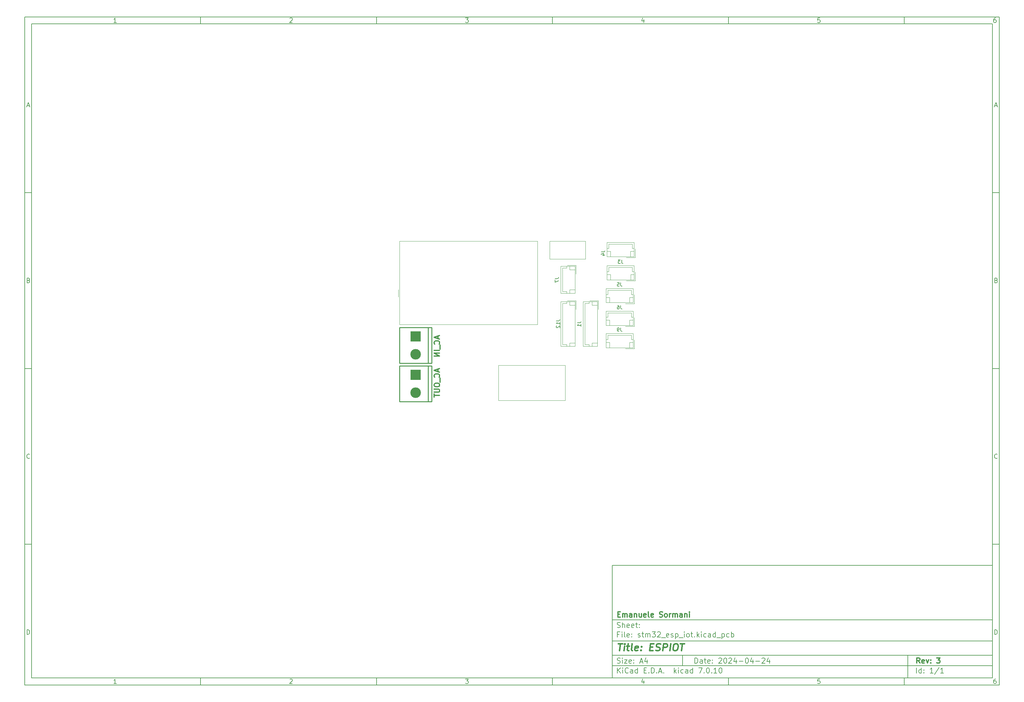
<source format=gbr>
%TF.GenerationSoftware,KiCad,Pcbnew,7.0.10*%
%TF.CreationDate,2024-04-24T00:52:37+02:00*%
%TF.ProjectId,stm32_esp_iot,73746d33-325f-4657-9370-5f696f742e6b,3*%
%TF.SameCoordinates,Original*%
%TF.FileFunction,Legend,Bot*%
%TF.FilePolarity,Positive*%
%FSLAX46Y46*%
G04 Gerber Fmt 4.6, Leading zero omitted, Abs format (unit mm)*
G04 Created by KiCad (PCBNEW 7.0.10) date 2024-04-24 00:52:37*
%MOMM*%
%LPD*%
G01*
G04 APERTURE LIST*
%ADD10C,0.100000*%
%ADD11C,0.150000*%
%ADD12C,0.300000*%
%ADD13C,0.400000*%
%ADD14C,0.304800*%
%ADD15C,0.120000*%
%ADD16C,0.254000*%
%ADD17R,2.999740X2.999740*%
%ADD18C,2.999740*%
G04 APERTURE END LIST*
D10*
D11*
X177002200Y-166007200D02*
X285002200Y-166007200D01*
X285002200Y-198007200D01*
X177002200Y-198007200D01*
X177002200Y-166007200D01*
D10*
D11*
X10000000Y-10000000D02*
X287002200Y-10000000D01*
X287002200Y-200007200D01*
X10000000Y-200007200D01*
X10000000Y-10000000D01*
D10*
D11*
X12000000Y-12000000D02*
X285002200Y-12000000D01*
X285002200Y-198007200D01*
X12000000Y-198007200D01*
X12000000Y-12000000D01*
D10*
D11*
X60000000Y-12000000D02*
X60000000Y-10000000D01*
D10*
D11*
X110000000Y-12000000D02*
X110000000Y-10000000D01*
D10*
D11*
X160000000Y-12000000D02*
X160000000Y-10000000D01*
D10*
D11*
X210000000Y-12000000D02*
X210000000Y-10000000D01*
D10*
D11*
X260000000Y-12000000D02*
X260000000Y-10000000D01*
D10*
D11*
X36089160Y-11593604D02*
X35346303Y-11593604D01*
X35717731Y-11593604D02*
X35717731Y-10293604D01*
X35717731Y-10293604D02*
X35593922Y-10479319D01*
X35593922Y-10479319D02*
X35470112Y-10603128D01*
X35470112Y-10603128D02*
X35346303Y-10665033D01*
D10*
D11*
X85346303Y-10417414D02*
X85408207Y-10355509D01*
X85408207Y-10355509D02*
X85532017Y-10293604D01*
X85532017Y-10293604D02*
X85841541Y-10293604D01*
X85841541Y-10293604D02*
X85965350Y-10355509D01*
X85965350Y-10355509D02*
X86027255Y-10417414D01*
X86027255Y-10417414D02*
X86089160Y-10541223D01*
X86089160Y-10541223D02*
X86089160Y-10665033D01*
X86089160Y-10665033D02*
X86027255Y-10850747D01*
X86027255Y-10850747D02*
X85284398Y-11593604D01*
X85284398Y-11593604D02*
X86089160Y-11593604D01*
D10*
D11*
X135284398Y-10293604D02*
X136089160Y-10293604D01*
X136089160Y-10293604D02*
X135655826Y-10788842D01*
X135655826Y-10788842D02*
X135841541Y-10788842D01*
X135841541Y-10788842D02*
X135965350Y-10850747D01*
X135965350Y-10850747D02*
X136027255Y-10912652D01*
X136027255Y-10912652D02*
X136089160Y-11036461D01*
X136089160Y-11036461D02*
X136089160Y-11345985D01*
X136089160Y-11345985D02*
X136027255Y-11469795D01*
X136027255Y-11469795D02*
X135965350Y-11531700D01*
X135965350Y-11531700D02*
X135841541Y-11593604D01*
X135841541Y-11593604D02*
X135470112Y-11593604D01*
X135470112Y-11593604D02*
X135346303Y-11531700D01*
X135346303Y-11531700D02*
X135284398Y-11469795D01*
D10*
D11*
X185965350Y-10726938D02*
X185965350Y-11593604D01*
X185655826Y-10231700D02*
X185346303Y-11160271D01*
X185346303Y-11160271D02*
X186151064Y-11160271D01*
D10*
D11*
X236027255Y-10293604D02*
X235408207Y-10293604D01*
X235408207Y-10293604D02*
X235346303Y-10912652D01*
X235346303Y-10912652D02*
X235408207Y-10850747D01*
X235408207Y-10850747D02*
X235532017Y-10788842D01*
X235532017Y-10788842D02*
X235841541Y-10788842D01*
X235841541Y-10788842D02*
X235965350Y-10850747D01*
X235965350Y-10850747D02*
X236027255Y-10912652D01*
X236027255Y-10912652D02*
X236089160Y-11036461D01*
X236089160Y-11036461D02*
X236089160Y-11345985D01*
X236089160Y-11345985D02*
X236027255Y-11469795D01*
X236027255Y-11469795D02*
X235965350Y-11531700D01*
X235965350Y-11531700D02*
X235841541Y-11593604D01*
X235841541Y-11593604D02*
X235532017Y-11593604D01*
X235532017Y-11593604D02*
X235408207Y-11531700D01*
X235408207Y-11531700D02*
X235346303Y-11469795D01*
D10*
D11*
X285965350Y-10293604D02*
X285717731Y-10293604D01*
X285717731Y-10293604D02*
X285593922Y-10355509D01*
X285593922Y-10355509D02*
X285532017Y-10417414D01*
X285532017Y-10417414D02*
X285408207Y-10603128D01*
X285408207Y-10603128D02*
X285346303Y-10850747D01*
X285346303Y-10850747D02*
X285346303Y-11345985D01*
X285346303Y-11345985D02*
X285408207Y-11469795D01*
X285408207Y-11469795D02*
X285470112Y-11531700D01*
X285470112Y-11531700D02*
X285593922Y-11593604D01*
X285593922Y-11593604D02*
X285841541Y-11593604D01*
X285841541Y-11593604D02*
X285965350Y-11531700D01*
X285965350Y-11531700D02*
X286027255Y-11469795D01*
X286027255Y-11469795D02*
X286089160Y-11345985D01*
X286089160Y-11345985D02*
X286089160Y-11036461D01*
X286089160Y-11036461D02*
X286027255Y-10912652D01*
X286027255Y-10912652D02*
X285965350Y-10850747D01*
X285965350Y-10850747D02*
X285841541Y-10788842D01*
X285841541Y-10788842D02*
X285593922Y-10788842D01*
X285593922Y-10788842D02*
X285470112Y-10850747D01*
X285470112Y-10850747D02*
X285408207Y-10912652D01*
X285408207Y-10912652D02*
X285346303Y-11036461D01*
D10*
D11*
X60000000Y-198007200D02*
X60000000Y-200007200D01*
D10*
D11*
X110000000Y-198007200D02*
X110000000Y-200007200D01*
D10*
D11*
X160000000Y-198007200D02*
X160000000Y-200007200D01*
D10*
D11*
X210000000Y-198007200D02*
X210000000Y-200007200D01*
D10*
D11*
X260000000Y-198007200D02*
X260000000Y-200007200D01*
D10*
D11*
X36089160Y-199600804D02*
X35346303Y-199600804D01*
X35717731Y-199600804D02*
X35717731Y-198300804D01*
X35717731Y-198300804D02*
X35593922Y-198486519D01*
X35593922Y-198486519D02*
X35470112Y-198610328D01*
X35470112Y-198610328D02*
X35346303Y-198672233D01*
D10*
D11*
X85346303Y-198424614D02*
X85408207Y-198362709D01*
X85408207Y-198362709D02*
X85532017Y-198300804D01*
X85532017Y-198300804D02*
X85841541Y-198300804D01*
X85841541Y-198300804D02*
X85965350Y-198362709D01*
X85965350Y-198362709D02*
X86027255Y-198424614D01*
X86027255Y-198424614D02*
X86089160Y-198548423D01*
X86089160Y-198548423D02*
X86089160Y-198672233D01*
X86089160Y-198672233D02*
X86027255Y-198857947D01*
X86027255Y-198857947D02*
X85284398Y-199600804D01*
X85284398Y-199600804D02*
X86089160Y-199600804D01*
D10*
D11*
X135284398Y-198300804D02*
X136089160Y-198300804D01*
X136089160Y-198300804D02*
X135655826Y-198796042D01*
X135655826Y-198796042D02*
X135841541Y-198796042D01*
X135841541Y-198796042D02*
X135965350Y-198857947D01*
X135965350Y-198857947D02*
X136027255Y-198919852D01*
X136027255Y-198919852D02*
X136089160Y-199043661D01*
X136089160Y-199043661D02*
X136089160Y-199353185D01*
X136089160Y-199353185D02*
X136027255Y-199476995D01*
X136027255Y-199476995D02*
X135965350Y-199538900D01*
X135965350Y-199538900D02*
X135841541Y-199600804D01*
X135841541Y-199600804D02*
X135470112Y-199600804D01*
X135470112Y-199600804D02*
X135346303Y-199538900D01*
X135346303Y-199538900D02*
X135284398Y-199476995D01*
D10*
D11*
X185965350Y-198734138D02*
X185965350Y-199600804D01*
X185655826Y-198238900D02*
X185346303Y-199167471D01*
X185346303Y-199167471D02*
X186151064Y-199167471D01*
D10*
D11*
X236027255Y-198300804D02*
X235408207Y-198300804D01*
X235408207Y-198300804D02*
X235346303Y-198919852D01*
X235346303Y-198919852D02*
X235408207Y-198857947D01*
X235408207Y-198857947D02*
X235532017Y-198796042D01*
X235532017Y-198796042D02*
X235841541Y-198796042D01*
X235841541Y-198796042D02*
X235965350Y-198857947D01*
X235965350Y-198857947D02*
X236027255Y-198919852D01*
X236027255Y-198919852D02*
X236089160Y-199043661D01*
X236089160Y-199043661D02*
X236089160Y-199353185D01*
X236089160Y-199353185D02*
X236027255Y-199476995D01*
X236027255Y-199476995D02*
X235965350Y-199538900D01*
X235965350Y-199538900D02*
X235841541Y-199600804D01*
X235841541Y-199600804D02*
X235532017Y-199600804D01*
X235532017Y-199600804D02*
X235408207Y-199538900D01*
X235408207Y-199538900D02*
X235346303Y-199476995D01*
D10*
D11*
X285965350Y-198300804D02*
X285717731Y-198300804D01*
X285717731Y-198300804D02*
X285593922Y-198362709D01*
X285593922Y-198362709D02*
X285532017Y-198424614D01*
X285532017Y-198424614D02*
X285408207Y-198610328D01*
X285408207Y-198610328D02*
X285346303Y-198857947D01*
X285346303Y-198857947D02*
X285346303Y-199353185D01*
X285346303Y-199353185D02*
X285408207Y-199476995D01*
X285408207Y-199476995D02*
X285470112Y-199538900D01*
X285470112Y-199538900D02*
X285593922Y-199600804D01*
X285593922Y-199600804D02*
X285841541Y-199600804D01*
X285841541Y-199600804D02*
X285965350Y-199538900D01*
X285965350Y-199538900D02*
X286027255Y-199476995D01*
X286027255Y-199476995D02*
X286089160Y-199353185D01*
X286089160Y-199353185D02*
X286089160Y-199043661D01*
X286089160Y-199043661D02*
X286027255Y-198919852D01*
X286027255Y-198919852D02*
X285965350Y-198857947D01*
X285965350Y-198857947D02*
X285841541Y-198796042D01*
X285841541Y-198796042D02*
X285593922Y-198796042D01*
X285593922Y-198796042D02*
X285470112Y-198857947D01*
X285470112Y-198857947D02*
X285408207Y-198919852D01*
X285408207Y-198919852D02*
X285346303Y-199043661D01*
D10*
D11*
X10000000Y-60000000D02*
X12000000Y-60000000D01*
D10*
D11*
X10000000Y-110000000D02*
X12000000Y-110000000D01*
D10*
D11*
X10000000Y-160000000D02*
X12000000Y-160000000D01*
D10*
D11*
X10690476Y-35222176D02*
X11309523Y-35222176D01*
X10566666Y-35593604D02*
X10999999Y-34293604D01*
X10999999Y-34293604D02*
X11433333Y-35593604D01*
D10*
D11*
X11092857Y-84912652D02*
X11278571Y-84974557D01*
X11278571Y-84974557D02*
X11340476Y-85036461D01*
X11340476Y-85036461D02*
X11402380Y-85160271D01*
X11402380Y-85160271D02*
X11402380Y-85345985D01*
X11402380Y-85345985D02*
X11340476Y-85469795D01*
X11340476Y-85469795D02*
X11278571Y-85531700D01*
X11278571Y-85531700D02*
X11154761Y-85593604D01*
X11154761Y-85593604D02*
X10659523Y-85593604D01*
X10659523Y-85593604D02*
X10659523Y-84293604D01*
X10659523Y-84293604D02*
X11092857Y-84293604D01*
X11092857Y-84293604D02*
X11216666Y-84355509D01*
X11216666Y-84355509D02*
X11278571Y-84417414D01*
X11278571Y-84417414D02*
X11340476Y-84541223D01*
X11340476Y-84541223D02*
X11340476Y-84665033D01*
X11340476Y-84665033D02*
X11278571Y-84788842D01*
X11278571Y-84788842D02*
X11216666Y-84850747D01*
X11216666Y-84850747D02*
X11092857Y-84912652D01*
X11092857Y-84912652D02*
X10659523Y-84912652D01*
D10*
D11*
X11402380Y-135469795D02*
X11340476Y-135531700D01*
X11340476Y-135531700D02*
X11154761Y-135593604D01*
X11154761Y-135593604D02*
X11030952Y-135593604D01*
X11030952Y-135593604D02*
X10845238Y-135531700D01*
X10845238Y-135531700D02*
X10721428Y-135407890D01*
X10721428Y-135407890D02*
X10659523Y-135284080D01*
X10659523Y-135284080D02*
X10597619Y-135036461D01*
X10597619Y-135036461D02*
X10597619Y-134850747D01*
X10597619Y-134850747D02*
X10659523Y-134603128D01*
X10659523Y-134603128D02*
X10721428Y-134479319D01*
X10721428Y-134479319D02*
X10845238Y-134355509D01*
X10845238Y-134355509D02*
X11030952Y-134293604D01*
X11030952Y-134293604D02*
X11154761Y-134293604D01*
X11154761Y-134293604D02*
X11340476Y-134355509D01*
X11340476Y-134355509D02*
X11402380Y-134417414D01*
D10*
D11*
X10659523Y-185593604D02*
X10659523Y-184293604D01*
X10659523Y-184293604D02*
X10969047Y-184293604D01*
X10969047Y-184293604D02*
X11154761Y-184355509D01*
X11154761Y-184355509D02*
X11278571Y-184479319D01*
X11278571Y-184479319D02*
X11340476Y-184603128D01*
X11340476Y-184603128D02*
X11402380Y-184850747D01*
X11402380Y-184850747D02*
X11402380Y-185036461D01*
X11402380Y-185036461D02*
X11340476Y-185284080D01*
X11340476Y-185284080D02*
X11278571Y-185407890D01*
X11278571Y-185407890D02*
X11154761Y-185531700D01*
X11154761Y-185531700D02*
X10969047Y-185593604D01*
X10969047Y-185593604D02*
X10659523Y-185593604D01*
D10*
D11*
X287002200Y-60000000D02*
X285002200Y-60000000D01*
D10*
D11*
X287002200Y-110000000D02*
X285002200Y-110000000D01*
D10*
D11*
X287002200Y-160000000D02*
X285002200Y-160000000D01*
D10*
D11*
X285692676Y-35222176D02*
X286311723Y-35222176D01*
X285568866Y-35593604D02*
X286002199Y-34293604D01*
X286002199Y-34293604D02*
X286435533Y-35593604D01*
D10*
D11*
X286095057Y-84912652D02*
X286280771Y-84974557D01*
X286280771Y-84974557D02*
X286342676Y-85036461D01*
X286342676Y-85036461D02*
X286404580Y-85160271D01*
X286404580Y-85160271D02*
X286404580Y-85345985D01*
X286404580Y-85345985D02*
X286342676Y-85469795D01*
X286342676Y-85469795D02*
X286280771Y-85531700D01*
X286280771Y-85531700D02*
X286156961Y-85593604D01*
X286156961Y-85593604D02*
X285661723Y-85593604D01*
X285661723Y-85593604D02*
X285661723Y-84293604D01*
X285661723Y-84293604D02*
X286095057Y-84293604D01*
X286095057Y-84293604D02*
X286218866Y-84355509D01*
X286218866Y-84355509D02*
X286280771Y-84417414D01*
X286280771Y-84417414D02*
X286342676Y-84541223D01*
X286342676Y-84541223D02*
X286342676Y-84665033D01*
X286342676Y-84665033D02*
X286280771Y-84788842D01*
X286280771Y-84788842D02*
X286218866Y-84850747D01*
X286218866Y-84850747D02*
X286095057Y-84912652D01*
X286095057Y-84912652D02*
X285661723Y-84912652D01*
D10*
D11*
X286404580Y-135469795D02*
X286342676Y-135531700D01*
X286342676Y-135531700D02*
X286156961Y-135593604D01*
X286156961Y-135593604D02*
X286033152Y-135593604D01*
X286033152Y-135593604D02*
X285847438Y-135531700D01*
X285847438Y-135531700D02*
X285723628Y-135407890D01*
X285723628Y-135407890D02*
X285661723Y-135284080D01*
X285661723Y-135284080D02*
X285599819Y-135036461D01*
X285599819Y-135036461D02*
X285599819Y-134850747D01*
X285599819Y-134850747D02*
X285661723Y-134603128D01*
X285661723Y-134603128D02*
X285723628Y-134479319D01*
X285723628Y-134479319D02*
X285847438Y-134355509D01*
X285847438Y-134355509D02*
X286033152Y-134293604D01*
X286033152Y-134293604D02*
X286156961Y-134293604D01*
X286156961Y-134293604D02*
X286342676Y-134355509D01*
X286342676Y-134355509D02*
X286404580Y-134417414D01*
D10*
D11*
X285661723Y-185593604D02*
X285661723Y-184293604D01*
X285661723Y-184293604D02*
X285971247Y-184293604D01*
X285971247Y-184293604D02*
X286156961Y-184355509D01*
X286156961Y-184355509D02*
X286280771Y-184479319D01*
X286280771Y-184479319D02*
X286342676Y-184603128D01*
X286342676Y-184603128D02*
X286404580Y-184850747D01*
X286404580Y-184850747D02*
X286404580Y-185036461D01*
X286404580Y-185036461D02*
X286342676Y-185284080D01*
X286342676Y-185284080D02*
X286280771Y-185407890D01*
X286280771Y-185407890D02*
X286156961Y-185531700D01*
X286156961Y-185531700D02*
X285971247Y-185593604D01*
X285971247Y-185593604D02*
X285661723Y-185593604D01*
D10*
D11*
X200458026Y-193793328D02*
X200458026Y-192293328D01*
X200458026Y-192293328D02*
X200815169Y-192293328D01*
X200815169Y-192293328D02*
X201029455Y-192364757D01*
X201029455Y-192364757D02*
X201172312Y-192507614D01*
X201172312Y-192507614D02*
X201243741Y-192650471D01*
X201243741Y-192650471D02*
X201315169Y-192936185D01*
X201315169Y-192936185D02*
X201315169Y-193150471D01*
X201315169Y-193150471D02*
X201243741Y-193436185D01*
X201243741Y-193436185D02*
X201172312Y-193579042D01*
X201172312Y-193579042D02*
X201029455Y-193721900D01*
X201029455Y-193721900D02*
X200815169Y-193793328D01*
X200815169Y-193793328D02*
X200458026Y-193793328D01*
X202600884Y-193793328D02*
X202600884Y-193007614D01*
X202600884Y-193007614D02*
X202529455Y-192864757D01*
X202529455Y-192864757D02*
X202386598Y-192793328D01*
X202386598Y-192793328D02*
X202100884Y-192793328D01*
X202100884Y-192793328D02*
X201958026Y-192864757D01*
X202600884Y-193721900D02*
X202458026Y-193793328D01*
X202458026Y-193793328D02*
X202100884Y-193793328D01*
X202100884Y-193793328D02*
X201958026Y-193721900D01*
X201958026Y-193721900D02*
X201886598Y-193579042D01*
X201886598Y-193579042D02*
X201886598Y-193436185D01*
X201886598Y-193436185D02*
X201958026Y-193293328D01*
X201958026Y-193293328D02*
X202100884Y-193221900D01*
X202100884Y-193221900D02*
X202458026Y-193221900D01*
X202458026Y-193221900D02*
X202600884Y-193150471D01*
X203100884Y-192793328D02*
X203672312Y-192793328D01*
X203315169Y-192293328D02*
X203315169Y-193579042D01*
X203315169Y-193579042D02*
X203386598Y-193721900D01*
X203386598Y-193721900D02*
X203529455Y-193793328D01*
X203529455Y-193793328D02*
X203672312Y-193793328D01*
X204743741Y-193721900D02*
X204600884Y-193793328D01*
X204600884Y-193793328D02*
X204315170Y-193793328D01*
X204315170Y-193793328D02*
X204172312Y-193721900D01*
X204172312Y-193721900D02*
X204100884Y-193579042D01*
X204100884Y-193579042D02*
X204100884Y-193007614D01*
X204100884Y-193007614D02*
X204172312Y-192864757D01*
X204172312Y-192864757D02*
X204315170Y-192793328D01*
X204315170Y-192793328D02*
X204600884Y-192793328D01*
X204600884Y-192793328D02*
X204743741Y-192864757D01*
X204743741Y-192864757D02*
X204815170Y-193007614D01*
X204815170Y-193007614D02*
X204815170Y-193150471D01*
X204815170Y-193150471D02*
X204100884Y-193293328D01*
X205458026Y-193650471D02*
X205529455Y-193721900D01*
X205529455Y-193721900D02*
X205458026Y-193793328D01*
X205458026Y-193793328D02*
X205386598Y-193721900D01*
X205386598Y-193721900D02*
X205458026Y-193650471D01*
X205458026Y-193650471D02*
X205458026Y-193793328D01*
X205458026Y-192864757D02*
X205529455Y-192936185D01*
X205529455Y-192936185D02*
X205458026Y-193007614D01*
X205458026Y-193007614D02*
X205386598Y-192936185D01*
X205386598Y-192936185D02*
X205458026Y-192864757D01*
X205458026Y-192864757D02*
X205458026Y-193007614D01*
X207243741Y-192436185D02*
X207315169Y-192364757D01*
X207315169Y-192364757D02*
X207458027Y-192293328D01*
X207458027Y-192293328D02*
X207815169Y-192293328D01*
X207815169Y-192293328D02*
X207958027Y-192364757D01*
X207958027Y-192364757D02*
X208029455Y-192436185D01*
X208029455Y-192436185D02*
X208100884Y-192579042D01*
X208100884Y-192579042D02*
X208100884Y-192721900D01*
X208100884Y-192721900D02*
X208029455Y-192936185D01*
X208029455Y-192936185D02*
X207172312Y-193793328D01*
X207172312Y-193793328D02*
X208100884Y-193793328D01*
X209029455Y-192293328D02*
X209172312Y-192293328D01*
X209172312Y-192293328D02*
X209315169Y-192364757D01*
X209315169Y-192364757D02*
X209386598Y-192436185D01*
X209386598Y-192436185D02*
X209458026Y-192579042D01*
X209458026Y-192579042D02*
X209529455Y-192864757D01*
X209529455Y-192864757D02*
X209529455Y-193221900D01*
X209529455Y-193221900D02*
X209458026Y-193507614D01*
X209458026Y-193507614D02*
X209386598Y-193650471D01*
X209386598Y-193650471D02*
X209315169Y-193721900D01*
X209315169Y-193721900D02*
X209172312Y-193793328D01*
X209172312Y-193793328D02*
X209029455Y-193793328D01*
X209029455Y-193793328D02*
X208886598Y-193721900D01*
X208886598Y-193721900D02*
X208815169Y-193650471D01*
X208815169Y-193650471D02*
X208743740Y-193507614D01*
X208743740Y-193507614D02*
X208672312Y-193221900D01*
X208672312Y-193221900D02*
X208672312Y-192864757D01*
X208672312Y-192864757D02*
X208743740Y-192579042D01*
X208743740Y-192579042D02*
X208815169Y-192436185D01*
X208815169Y-192436185D02*
X208886598Y-192364757D01*
X208886598Y-192364757D02*
X209029455Y-192293328D01*
X210100883Y-192436185D02*
X210172311Y-192364757D01*
X210172311Y-192364757D02*
X210315169Y-192293328D01*
X210315169Y-192293328D02*
X210672311Y-192293328D01*
X210672311Y-192293328D02*
X210815169Y-192364757D01*
X210815169Y-192364757D02*
X210886597Y-192436185D01*
X210886597Y-192436185D02*
X210958026Y-192579042D01*
X210958026Y-192579042D02*
X210958026Y-192721900D01*
X210958026Y-192721900D02*
X210886597Y-192936185D01*
X210886597Y-192936185D02*
X210029454Y-193793328D01*
X210029454Y-193793328D02*
X210958026Y-193793328D01*
X212243740Y-192793328D02*
X212243740Y-193793328D01*
X211886597Y-192221900D02*
X211529454Y-193293328D01*
X211529454Y-193293328D02*
X212458025Y-193293328D01*
X213029453Y-193221900D02*
X214172311Y-193221900D01*
X215172311Y-192293328D02*
X215315168Y-192293328D01*
X215315168Y-192293328D02*
X215458025Y-192364757D01*
X215458025Y-192364757D02*
X215529454Y-192436185D01*
X215529454Y-192436185D02*
X215600882Y-192579042D01*
X215600882Y-192579042D02*
X215672311Y-192864757D01*
X215672311Y-192864757D02*
X215672311Y-193221900D01*
X215672311Y-193221900D02*
X215600882Y-193507614D01*
X215600882Y-193507614D02*
X215529454Y-193650471D01*
X215529454Y-193650471D02*
X215458025Y-193721900D01*
X215458025Y-193721900D02*
X215315168Y-193793328D01*
X215315168Y-193793328D02*
X215172311Y-193793328D01*
X215172311Y-193793328D02*
X215029454Y-193721900D01*
X215029454Y-193721900D02*
X214958025Y-193650471D01*
X214958025Y-193650471D02*
X214886596Y-193507614D01*
X214886596Y-193507614D02*
X214815168Y-193221900D01*
X214815168Y-193221900D02*
X214815168Y-192864757D01*
X214815168Y-192864757D02*
X214886596Y-192579042D01*
X214886596Y-192579042D02*
X214958025Y-192436185D01*
X214958025Y-192436185D02*
X215029454Y-192364757D01*
X215029454Y-192364757D02*
X215172311Y-192293328D01*
X216958025Y-192793328D02*
X216958025Y-193793328D01*
X216600882Y-192221900D02*
X216243739Y-193293328D01*
X216243739Y-193293328D02*
X217172310Y-193293328D01*
X217743738Y-193221900D02*
X218886596Y-193221900D01*
X219529453Y-192436185D02*
X219600881Y-192364757D01*
X219600881Y-192364757D02*
X219743739Y-192293328D01*
X219743739Y-192293328D02*
X220100881Y-192293328D01*
X220100881Y-192293328D02*
X220243739Y-192364757D01*
X220243739Y-192364757D02*
X220315167Y-192436185D01*
X220315167Y-192436185D02*
X220386596Y-192579042D01*
X220386596Y-192579042D02*
X220386596Y-192721900D01*
X220386596Y-192721900D02*
X220315167Y-192936185D01*
X220315167Y-192936185D02*
X219458024Y-193793328D01*
X219458024Y-193793328D02*
X220386596Y-193793328D01*
X221672310Y-192793328D02*
X221672310Y-193793328D01*
X221315167Y-192221900D02*
X220958024Y-193293328D01*
X220958024Y-193293328D02*
X221886595Y-193293328D01*
D10*
D11*
X177002200Y-194507200D02*
X285002200Y-194507200D01*
D10*
D11*
X178458026Y-196593328D02*
X178458026Y-195093328D01*
X179315169Y-196593328D02*
X178672312Y-195736185D01*
X179315169Y-195093328D02*
X178458026Y-195950471D01*
X179958026Y-196593328D02*
X179958026Y-195593328D01*
X179958026Y-195093328D02*
X179886598Y-195164757D01*
X179886598Y-195164757D02*
X179958026Y-195236185D01*
X179958026Y-195236185D02*
X180029455Y-195164757D01*
X180029455Y-195164757D02*
X179958026Y-195093328D01*
X179958026Y-195093328D02*
X179958026Y-195236185D01*
X181529455Y-196450471D02*
X181458027Y-196521900D01*
X181458027Y-196521900D02*
X181243741Y-196593328D01*
X181243741Y-196593328D02*
X181100884Y-196593328D01*
X181100884Y-196593328D02*
X180886598Y-196521900D01*
X180886598Y-196521900D02*
X180743741Y-196379042D01*
X180743741Y-196379042D02*
X180672312Y-196236185D01*
X180672312Y-196236185D02*
X180600884Y-195950471D01*
X180600884Y-195950471D02*
X180600884Y-195736185D01*
X180600884Y-195736185D02*
X180672312Y-195450471D01*
X180672312Y-195450471D02*
X180743741Y-195307614D01*
X180743741Y-195307614D02*
X180886598Y-195164757D01*
X180886598Y-195164757D02*
X181100884Y-195093328D01*
X181100884Y-195093328D02*
X181243741Y-195093328D01*
X181243741Y-195093328D02*
X181458027Y-195164757D01*
X181458027Y-195164757D02*
X181529455Y-195236185D01*
X182815170Y-196593328D02*
X182815170Y-195807614D01*
X182815170Y-195807614D02*
X182743741Y-195664757D01*
X182743741Y-195664757D02*
X182600884Y-195593328D01*
X182600884Y-195593328D02*
X182315170Y-195593328D01*
X182315170Y-195593328D02*
X182172312Y-195664757D01*
X182815170Y-196521900D02*
X182672312Y-196593328D01*
X182672312Y-196593328D02*
X182315170Y-196593328D01*
X182315170Y-196593328D02*
X182172312Y-196521900D01*
X182172312Y-196521900D02*
X182100884Y-196379042D01*
X182100884Y-196379042D02*
X182100884Y-196236185D01*
X182100884Y-196236185D02*
X182172312Y-196093328D01*
X182172312Y-196093328D02*
X182315170Y-196021900D01*
X182315170Y-196021900D02*
X182672312Y-196021900D01*
X182672312Y-196021900D02*
X182815170Y-195950471D01*
X184172313Y-196593328D02*
X184172313Y-195093328D01*
X184172313Y-196521900D02*
X184029455Y-196593328D01*
X184029455Y-196593328D02*
X183743741Y-196593328D01*
X183743741Y-196593328D02*
X183600884Y-196521900D01*
X183600884Y-196521900D02*
X183529455Y-196450471D01*
X183529455Y-196450471D02*
X183458027Y-196307614D01*
X183458027Y-196307614D02*
X183458027Y-195879042D01*
X183458027Y-195879042D02*
X183529455Y-195736185D01*
X183529455Y-195736185D02*
X183600884Y-195664757D01*
X183600884Y-195664757D02*
X183743741Y-195593328D01*
X183743741Y-195593328D02*
X184029455Y-195593328D01*
X184029455Y-195593328D02*
X184172313Y-195664757D01*
X186029455Y-195807614D02*
X186529455Y-195807614D01*
X186743741Y-196593328D02*
X186029455Y-196593328D01*
X186029455Y-196593328D02*
X186029455Y-195093328D01*
X186029455Y-195093328D02*
X186743741Y-195093328D01*
X187386598Y-196450471D02*
X187458027Y-196521900D01*
X187458027Y-196521900D02*
X187386598Y-196593328D01*
X187386598Y-196593328D02*
X187315170Y-196521900D01*
X187315170Y-196521900D02*
X187386598Y-196450471D01*
X187386598Y-196450471D02*
X187386598Y-196593328D01*
X188100884Y-196593328D02*
X188100884Y-195093328D01*
X188100884Y-195093328D02*
X188458027Y-195093328D01*
X188458027Y-195093328D02*
X188672313Y-195164757D01*
X188672313Y-195164757D02*
X188815170Y-195307614D01*
X188815170Y-195307614D02*
X188886599Y-195450471D01*
X188886599Y-195450471D02*
X188958027Y-195736185D01*
X188958027Y-195736185D02*
X188958027Y-195950471D01*
X188958027Y-195950471D02*
X188886599Y-196236185D01*
X188886599Y-196236185D02*
X188815170Y-196379042D01*
X188815170Y-196379042D02*
X188672313Y-196521900D01*
X188672313Y-196521900D02*
X188458027Y-196593328D01*
X188458027Y-196593328D02*
X188100884Y-196593328D01*
X189600884Y-196450471D02*
X189672313Y-196521900D01*
X189672313Y-196521900D02*
X189600884Y-196593328D01*
X189600884Y-196593328D02*
X189529456Y-196521900D01*
X189529456Y-196521900D02*
X189600884Y-196450471D01*
X189600884Y-196450471D02*
X189600884Y-196593328D01*
X190243742Y-196164757D02*
X190958028Y-196164757D01*
X190100885Y-196593328D02*
X190600885Y-195093328D01*
X190600885Y-195093328D02*
X191100885Y-196593328D01*
X191600884Y-196450471D02*
X191672313Y-196521900D01*
X191672313Y-196521900D02*
X191600884Y-196593328D01*
X191600884Y-196593328D02*
X191529456Y-196521900D01*
X191529456Y-196521900D02*
X191600884Y-196450471D01*
X191600884Y-196450471D02*
X191600884Y-196593328D01*
X194600884Y-196593328D02*
X194600884Y-195093328D01*
X194743742Y-196021900D02*
X195172313Y-196593328D01*
X195172313Y-195593328D02*
X194600884Y-196164757D01*
X195815170Y-196593328D02*
X195815170Y-195593328D01*
X195815170Y-195093328D02*
X195743742Y-195164757D01*
X195743742Y-195164757D02*
X195815170Y-195236185D01*
X195815170Y-195236185D02*
X195886599Y-195164757D01*
X195886599Y-195164757D02*
X195815170Y-195093328D01*
X195815170Y-195093328D02*
X195815170Y-195236185D01*
X197172314Y-196521900D02*
X197029456Y-196593328D01*
X197029456Y-196593328D02*
X196743742Y-196593328D01*
X196743742Y-196593328D02*
X196600885Y-196521900D01*
X196600885Y-196521900D02*
X196529456Y-196450471D01*
X196529456Y-196450471D02*
X196458028Y-196307614D01*
X196458028Y-196307614D02*
X196458028Y-195879042D01*
X196458028Y-195879042D02*
X196529456Y-195736185D01*
X196529456Y-195736185D02*
X196600885Y-195664757D01*
X196600885Y-195664757D02*
X196743742Y-195593328D01*
X196743742Y-195593328D02*
X197029456Y-195593328D01*
X197029456Y-195593328D02*
X197172314Y-195664757D01*
X198458028Y-196593328D02*
X198458028Y-195807614D01*
X198458028Y-195807614D02*
X198386599Y-195664757D01*
X198386599Y-195664757D02*
X198243742Y-195593328D01*
X198243742Y-195593328D02*
X197958028Y-195593328D01*
X197958028Y-195593328D02*
X197815170Y-195664757D01*
X198458028Y-196521900D02*
X198315170Y-196593328D01*
X198315170Y-196593328D02*
X197958028Y-196593328D01*
X197958028Y-196593328D02*
X197815170Y-196521900D01*
X197815170Y-196521900D02*
X197743742Y-196379042D01*
X197743742Y-196379042D02*
X197743742Y-196236185D01*
X197743742Y-196236185D02*
X197815170Y-196093328D01*
X197815170Y-196093328D02*
X197958028Y-196021900D01*
X197958028Y-196021900D02*
X198315170Y-196021900D01*
X198315170Y-196021900D02*
X198458028Y-195950471D01*
X199815171Y-196593328D02*
X199815171Y-195093328D01*
X199815171Y-196521900D02*
X199672313Y-196593328D01*
X199672313Y-196593328D02*
X199386599Y-196593328D01*
X199386599Y-196593328D02*
X199243742Y-196521900D01*
X199243742Y-196521900D02*
X199172313Y-196450471D01*
X199172313Y-196450471D02*
X199100885Y-196307614D01*
X199100885Y-196307614D02*
X199100885Y-195879042D01*
X199100885Y-195879042D02*
X199172313Y-195736185D01*
X199172313Y-195736185D02*
X199243742Y-195664757D01*
X199243742Y-195664757D02*
X199386599Y-195593328D01*
X199386599Y-195593328D02*
X199672313Y-195593328D01*
X199672313Y-195593328D02*
X199815171Y-195664757D01*
X201529456Y-195093328D02*
X202529456Y-195093328D01*
X202529456Y-195093328D02*
X201886599Y-196593328D01*
X203100884Y-196450471D02*
X203172313Y-196521900D01*
X203172313Y-196521900D02*
X203100884Y-196593328D01*
X203100884Y-196593328D02*
X203029456Y-196521900D01*
X203029456Y-196521900D02*
X203100884Y-196450471D01*
X203100884Y-196450471D02*
X203100884Y-196593328D01*
X204100885Y-195093328D02*
X204243742Y-195093328D01*
X204243742Y-195093328D02*
X204386599Y-195164757D01*
X204386599Y-195164757D02*
X204458028Y-195236185D01*
X204458028Y-195236185D02*
X204529456Y-195379042D01*
X204529456Y-195379042D02*
X204600885Y-195664757D01*
X204600885Y-195664757D02*
X204600885Y-196021900D01*
X204600885Y-196021900D02*
X204529456Y-196307614D01*
X204529456Y-196307614D02*
X204458028Y-196450471D01*
X204458028Y-196450471D02*
X204386599Y-196521900D01*
X204386599Y-196521900D02*
X204243742Y-196593328D01*
X204243742Y-196593328D02*
X204100885Y-196593328D01*
X204100885Y-196593328D02*
X203958028Y-196521900D01*
X203958028Y-196521900D02*
X203886599Y-196450471D01*
X203886599Y-196450471D02*
X203815170Y-196307614D01*
X203815170Y-196307614D02*
X203743742Y-196021900D01*
X203743742Y-196021900D02*
X203743742Y-195664757D01*
X203743742Y-195664757D02*
X203815170Y-195379042D01*
X203815170Y-195379042D02*
X203886599Y-195236185D01*
X203886599Y-195236185D02*
X203958028Y-195164757D01*
X203958028Y-195164757D02*
X204100885Y-195093328D01*
X205243741Y-196450471D02*
X205315170Y-196521900D01*
X205315170Y-196521900D02*
X205243741Y-196593328D01*
X205243741Y-196593328D02*
X205172313Y-196521900D01*
X205172313Y-196521900D02*
X205243741Y-196450471D01*
X205243741Y-196450471D02*
X205243741Y-196593328D01*
X206743742Y-196593328D02*
X205886599Y-196593328D01*
X206315170Y-196593328D02*
X206315170Y-195093328D01*
X206315170Y-195093328D02*
X206172313Y-195307614D01*
X206172313Y-195307614D02*
X206029456Y-195450471D01*
X206029456Y-195450471D02*
X205886599Y-195521900D01*
X207672313Y-195093328D02*
X207815170Y-195093328D01*
X207815170Y-195093328D02*
X207958027Y-195164757D01*
X207958027Y-195164757D02*
X208029456Y-195236185D01*
X208029456Y-195236185D02*
X208100884Y-195379042D01*
X208100884Y-195379042D02*
X208172313Y-195664757D01*
X208172313Y-195664757D02*
X208172313Y-196021900D01*
X208172313Y-196021900D02*
X208100884Y-196307614D01*
X208100884Y-196307614D02*
X208029456Y-196450471D01*
X208029456Y-196450471D02*
X207958027Y-196521900D01*
X207958027Y-196521900D02*
X207815170Y-196593328D01*
X207815170Y-196593328D02*
X207672313Y-196593328D01*
X207672313Y-196593328D02*
X207529456Y-196521900D01*
X207529456Y-196521900D02*
X207458027Y-196450471D01*
X207458027Y-196450471D02*
X207386598Y-196307614D01*
X207386598Y-196307614D02*
X207315170Y-196021900D01*
X207315170Y-196021900D02*
X207315170Y-195664757D01*
X207315170Y-195664757D02*
X207386598Y-195379042D01*
X207386598Y-195379042D02*
X207458027Y-195236185D01*
X207458027Y-195236185D02*
X207529456Y-195164757D01*
X207529456Y-195164757D02*
X207672313Y-195093328D01*
D10*
D11*
X177002200Y-191507200D02*
X285002200Y-191507200D01*
D10*
D12*
X264413853Y-193785528D02*
X263913853Y-193071242D01*
X263556710Y-193785528D02*
X263556710Y-192285528D01*
X263556710Y-192285528D02*
X264128139Y-192285528D01*
X264128139Y-192285528D02*
X264270996Y-192356957D01*
X264270996Y-192356957D02*
X264342425Y-192428385D01*
X264342425Y-192428385D02*
X264413853Y-192571242D01*
X264413853Y-192571242D02*
X264413853Y-192785528D01*
X264413853Y-192785528D02*
X264342425Y-192928385D01*
X264342425Y-192928385D02*
X264270996Y-192999814D01*
X264270996Y-192999814D02*
X264128139Y-193071242D01*
X264128139Y-193071242D02*
X263556710Y-193071242D01*
X265628139Y-193714100D02*
X265485282Y-193785528D01*
X265485282Y-193785528D02*
X265199568Y-193785528D01*
X265199568Y-193785528D02*
X265056710Y-193714100D01*
X265056710Y-193714100D02*
X264985282Y-193571242D01*
X264985282Y-193571242D02*
X264985282Y-192999814D01*
X264985282Y-192999814D02*
X265056710Y-192856957D01*
X265056710Y-192856957D02*
X265199568Y-192785528D01*
X265199568Y-192785528D02*
X265485282Y-192785528D01*
X265485282Y-192785528D02*
X265628139Y-192856957D01*
X265628139Y-192856957D02*
X265699568Y-192999814D01*
X265699568Y-192999814D02*
X265699568Y-193142671D01*
X265699568Y-193142671D02*
X264985282Y-193285528D01*
X266199567Y-192785528D02*
X266556710Y-193785528D01*
X266556710Y-193785528D02*
X266913853Y-192785528D01*
X267485281Y-193642671D02*
X267556710Y-193714100D01*
X267556710Y-193714100D02*
X267485281Y-193785528D01*
X267485281Y-193785528D02*
X267413853Y-193714100D01*
X267413853Y-193714100D02*
X267485281Y-193642671D01*
X267485281Y-193642671D02*
X267485281Y-193785528D01*
X267485281Y-192856957D02*
X267556710Y-192928385D01*
X267556710Y-192928385D02*
X267485281Y-192999814D01*
X267485281Y-192999814D02*
X267413853Y-192928385D01*
X267413853Y-192928385D02*
X267485281Y-192856957D01*
X267485281Y-192856957D02*
X267485281Y-192999814D01*
X269199567Y-192285528D02*
X270128139Y-192285528D01*
X270128139Y-192285528D02*
X269628139Y-192856957D01*
X269628139Y-192856957D02*
X269842424Y-192856957D01*
X269842424Y-192856957D02*
X269985282Y-192928385D01*
X269985282Y-192928385D02*
X270056710Y-192999814D01*
X270056710Y-192999814D02*
X270128139Y-193142671D01*
X270128139Y-193142671D02*
X270128139Y-193499814D01*
X270128139Y-193499814D02*
X270056710Y-193642671D01*
X270056710Y-193642671D02*
X269985282Y-193714100D01*
X269985282Y-193714100D02*
X269842424Y-193785528D01*
X269842424Y-193785528D02*
X269413853Y-193785528D01*
X269413853Y-193785528D02*
X269270996Y-193714100D01*
X269270996Y-193714100D02*
X269199567Y-193642671D01*
D10*
D11*
X178386598Y-193721900D02*
X178600884Y-193793328D01*
X178600884Y-193793328D02*
X178958026Y-193793328D01*
X178958026Y-193793328D02*
X179100884Y-193721900D01*
X179100884Y-193721900D02*
X179172312Y-193650471D01*
X179172312Y-193650471D02*
X179243741Y-193507614D01*
X179243741Y-193507614D02*
X179243741Y-193364757D01*
X179243741Y-193364757D02*
X179172312Y-193221900D01*
X179172312Y-193221900D02*
X179100884Y-193150471D01*
X179100884Y-193150471D02*
X178958026Y-193079042D01*
X178958026Y-193079042D02*
X178672312Y-193007614D01*
X178672312Y-193007614D02*
X178529455Y-192936185D01*
X178529455Y-192936185D02*
X178458026Y-192864757D01*
X178458026Y-192864757D02*
X178386598Y-192721900D01*
X178386598Y-192721900D02*
X178386598Y-192579042D01*
X178386598Y-192579042D02*
X178458026Y-192436185D01*
X178458026Y-192436185D02*
X178529455Y-192364757D01*
X178529455Y-192364757D02*
X178672312Y-192293328D01*
X178672312Y-192293328D02*
X179029455Y-192293328D01*
X179029455Y-192293328D02*
X179243741Y-192364757D01*
X179886597Y-193793328D02*
X179886597Y-192793328D01*
X179886597Y-192293328D02*
X179815169Y-192364757D01*
X179815169Y-192364757D02*
X179886597Y-192436185D01*
X179886597Y-192436185D02*
X179958026Y-192364757D01*
X179958026Y-192364757D02*
X179886597Y-192293328D01*
X179886597Y-192293328D02*
X179886597Y-192436185D01*
X180458026Y-192793328D02*
X181243741Y-192793328D01*
X181243741Y-192793328D02*
X180458026Y-193793328D01*
X180458026Y-193793328D02*
X181243741Y-193793328D01*
X182386598Y-193721900D02*
X182243741Y-193793328D01*
X182243741Y-193793328D02*
X181958027Y-193793328D01*
X181958027Y-193793328D02*
X181815169Y-193721900D01*
X181815169Y-193721900D02*
X181743741Y-193579042D01*
X181743741Y-193579042D02*
X181743741Y-193007614D01*
X181743741Y-193007614D02*
X181815169Y-192864757D01*
X181815169Y-192864757D02*
X181958027Y-192793328D01*
X181958027Y-192793328D02*
X182243741Y-192793328D01*
X182243741Y-192793328D02*
X182386598Y-192864757D01*
X182386598Y-192864757D02*
X182458027Y-193007614D01*
X182458027Y-193007614D02*
X182458027Y-193150471D01*
X182458027Y-193150471D02*
X181743741Y-193293328D01*
X183100883Y-193650471D02*
X183172312Y-193721900D01*
X183172312Y-193721900D02*
X183100883Y-193793328D01*
X183100883Y-193793328D02*
X183029455Y-193721900D01*
X183029455Y-193721900D02*
X183100883Y-193650471D01*
X183100883Y-193650471D02*
X183100883Y-193793328D01*
X183100883Y-192864757D02*
X183172312Y-192936185D01*
X183172312Y-192936185D02*
X183100883Y-193007614D01*
X183100883Y-193007614D02*
X183029455Y-192936185D01*
X183029455Y-192936185D02*
X183100883Y-192864757D01*
X183100883Y-192864757D02*
X183100883Y-193007614D01*
X184886598Y-193364757D02*
X185600884Y-193364757D01*
X184743741Y-193793328D02*
X185243741Y-192293328D01*
X185243741Y-192293328D02*
X185743741Y-193793328D01*
X186886598Y-192793328D02*
X186886598Y-193793328D01*
X186529455Y-192221900D02*
X186172312Y-193293328D01*
X186172312Y-193293328D02*
X187100883Y-193293328D01*
D10*
D11*
X263458026Y-196593328D02*
X263458026Y-195093328D01*
X264815170Y-196593328D02*
X264815170Y-195093328D01*
X264815170Y-196521900D02*
X264672312Y-196593328D01*
X264672312Y-196593328D02*
X264386598Y-196593328D01*
X264386598Y-196593328D02*
X264243741Y-196521900D01*
X264243741Y-196521900D02*
X264172312Y-196450471D01*
X264172312Y-196450471D02*
X264100884Y-196307614D01*
X264100884Y-196307614D02*
X264100884Y-195879042D01*
X264100884Y-195879042D02*
X264172312Y-195736185D01*
X264172312Y-195736185D02*
X264243741Y-195664757D01*
X264243741Y-195664757D02*
X264386598Y-195593328D01*
X264386598Y-195593328D02*
X264672312Y-195593328D01*
X264672312Y-195593328D02*
X264815170Y-195664757D01*
X265529455Y-196450471D02*
X265600884Y-196521900D01*
X265600884Y-196521900D02*
X265529455Y-196593328D01*
X265529455Y-196593328D02*
X265458027Y-196521900D01*
X265458027Y-196521900D02*
X265529455Y-196450471D01*
X265529455Y-196450471D02*
X265529455Y-196593328D01*
X265529455Y-195664757D02*
X265600884Y-195736185D01*
X265600884Y-195736185D02*
X265529455Y-195807614D01*
X265529455Y-195807614D02*
X265458027Y-195736185D01*
X265458027Y-195736185D02*
X265529455Y-195664757D01*
X265529455Y-195664757D02*
X265529455Y-195807614D01*
X268172313Y-196593328D02*
X267315170Y-196593328D01*
X267743741Y-196593328D02*
X267743741Y-195093328D01*
X267743741Y-195093328D02*
X267600884Y-195307614D01*
X267600884Y-195307614D02*
X267458027Y-195450471D01*
X267458027Y-195450471D02*
X267315170Y-195521900D01*
X269886598Y-195021900D02*
X268600884Y-196950471D01*
X271172313Y-196593328D02*
X270315170Y-196593328D01*
X270743741Y-196593328D02*
X270743741Y-195093328D01*
X270743741Y-195093328D02*
X270600884Y-195307614D01*
X270600884Y-195307614D02*
X270458027Y-195450471D01*
X270458027Y-195450471D02*
X270315170Y-195521900D01*
D10*
D11*
X177002200Y-187507200D02*
X285002200Y-187507200D01*
D10*
D13*
X178693928Y-188211638D02*
X179836785Y-188211638D01*
X179015357Y-190211638D02*
X179265357Y-188211638D01*
X180253452Y-190211638D02*
X180420119Y-188878304D01*
X180503452Y-188211638D02*
X180396309Y-188306876D01*
X180396309Y-188306876D02*
X180479643Y-188402114D01*
X180479643Y-188402114D02*
X180586786Y-188306876D01*
X180586786Y-188306876D02*
X180503452Y-188211638D01*
X180503452Y-188211638D02*
X180479643Y-188402114D01*
X181086786Y-188878304D02*
X181848690Y-188878304D01*
X181455833Y-188211638D02*
X181241548Y-189925923D01*
X181241548Y-189925923D02*
X181312976Y-190116400D01*
X181312976Y-190116400D02*
X181491548Y-190211638D01*
X181491548Y-190211638D02*
X181682024Y-190211638D01*
X182634405Y-190211638D02*
X182455833Y-190116400D01*
X182455833Y-190116400D02*
X182384405Y-189925923D01*
X182384405Y-189925923D02*
X182598690Y-188211638D01*
X184170119Y-190116400D02*
X183967738Y-190211638D01*
X183967738Y-190211638D02*
X183586785Y-190211638D01*
X183586785Y-190211638D02*
X183408214Y-190116400D01*
X183408214Y-190116400D02*
X183336785Y-189925923D01*
X183336785Y-189925923D02*
X183432024Y-189164019D01*
X183432024Y-189164019D02*
X183551071Y-188973542D01*
X183551071Y-188973542D02*
X183753452Y-188878304D01*
X183753452Y-188878304D02*
X184134404Y-188878304D01*
X184134404Y-188878304D02*
X184312976Y-188973542D01*
X184312976Y-188973542D02*
X184384404Y-189164019D01*
X184384404Y-189164019D02*
X184360595Y-189354495D01*
X184360595Y-189354495D02*
X183384404Y-189544971D01*
X185134405Y-190021161D02*
X185217738Y-190116400D01*
X185217738Y-190116400D02*
X185110595Y-190211638D01*
X185110595Y-190211638D02*
X185027262Y-190116400D01*
X185027262Y-190116400D02*
X185134405Y-190021161D01*
X185134405Y-190021161D02*
X185110595Y-190211638D01*
X185265357Y-188973542D02*
X185348690Y-189068780D01*
X185348690Y-189068780D02*
X185241548Y-189164019D01*
X185241548Y-189164019D02*
X185158214Y-189068780D01*
X185158214Y-189068780D02*
X185265357Y-188973542D01*
X185265357Y-188973542D02*
X185241548Y-189164019D01*
X187717739Y-189164019D02*
X188384405Y-189164019D01*
X188539167Y-190211638D02*
X187586786Y-190211638D01*
X187586786Y-190211638D02*
X187836786Y-188211638D01*
X187836786Y-188211638D02*
X188789167Y-188211638D01*
X189312977Y-190116400D02*
X189586786Y-190211638D01*
X189586786Y-190211638D02*
X190062977Y-190211638D01*
X190062977Y-190211638D02*
X190265358Y-190116400D01*
X190265358Y-190116400D02*
X190372501Y-190021161D01*
X190372501Y-190021161D02*
X190491548Y-189830685D01*
X190491548Y-189830685D02*
X190515358Y-189640209D01*
X190515358Y-189640209D02*
X190443929Y-189449733D01*
X190443929Y-189449733D02*
X190360596Y-189354495D01*
X190360596Y-189354495D02*
X190182025Y-189259257D01*
X190182025Y-189259257D02*
X189812977Y-189164019D01*
X189812977Y-189164019D02*
X189634405Y-189068780D01*
X189634405Y-189068780D02*
X189551072Y-188973542D01*
X189551072Y-188973542D02*
X189479644Y-188783066D01*
X189479644Y-188783066D02*
X189503453Y-188592590D01*
X189503453Y-188592590D02*
X189622501Y-188402114D01*
X189622501Y-188402114D02*
X189729644Y-188306876D01*
X189729644Y-188306876D02*
X189932025Y-188211638D01*
X189932025Y-188211638D02*
X190408215Y-188211638D01*
X190408215Y-188211638D02*
X190682025Y-188306876D01*
X191301072Y-190211638D02*
X191551072Y-188211638D01*
X191551072Y-188211638D02*
X192312977Y-188211638D01*
X192312977Y-188211638D02*
X192491548Y-188306876D01*
X192491548Y-188306876D02*
X192574882Y-188402114D01*
X192574882Y-188402114D02*
X192646310Y-188592590D01*
X192646310Y-188592590D02*
X192610596Y-188878304D01*
X192610596Y-188878304D02*
X192491548Y-189068780D01*
X192491548Y-189068780D02*
X192384406Y-189164019D01*
X192384406Y-189164019D02*
X192182025Y-189259257D01*
X192182025Y-189259257D02*
X191420120Y-189259257D01*
X193301072Y-190211638D02*
X193551072Y-188211638D01*
X194884406Y-188211638D02*
X195265358Y-188211638D01*
X195265358Y-188211638D02*
X195443929Y-188306876D01*
X195443929Y-188306876D02*
X195610596Y-188497352D01*
X195610596Y-188497352D02*
X195658215Y-188878304D01*
X195658215Y-188878304D02*
X195574882Y-189544971D01*
X195574882Y-189544971D02*
X195432025Y-189925923D01*
X195432025Y-189925923D02*
X195217739Y-190116400D01*
X195217739Y-190116400D02*
X195015358Y-190211638D01*
X195015358Y-190211638D02*
X194634406Y-190211638D01*
X194634406Y-190211638D02*
X194455834Y-190116400D01*
X194455834Y-190116400D02*
X194289168Y-189925923D01*
X194289168Y-189925923D02*
X194241548Y-189544971D01*
X194241548Y-189544971D02*
X194324882Y-188878304D01*
X194324882Y-188878304D02*
X194467739Y-188497352D01*
X194467739Y-188497352D02*
X194682025Y-188306876D01*
X194682025Y-188306876D02*
X194884406Y-188211638D01*
X196312977Y-188211638D02*
X197455834Y-188211638D01*
X196634406Y-190211638D02*
X196884406Y-188211638D01*
D10*
D11*
X178958026Y-185607614D02*
X178458026Y-185607614D01*
X178458026Y-186393328D02*
X178458026Y-184893328D01*
X178458026Y-184893328D02*
X179172312Y-184893328D01*
X179743740Y-186393328D02*
X179743740Y-185393328D01*
X179743740Y-184893328D02*
X179672312Y-184964757D01*
X179672312Y-184964757D02*
X179743740Y-185036185D01*
X179743740Y-185036185D02*
X179815169Y-184964757D01*
X179815169Y-184964757D02*
X179743740Y-184893328D01*
X179743740Y-184893328D02*
X179743740Y-185036185D01*
X180672312Y-186393328D02*
X180529455Y-186321900D01*
X180529455Y-186321900D02*
X180458026Y-186179042D01*
X180458026Y-186179042D02*
X180458026Y-184893328D01*
X181815169Y-186321900D02*
X181672312Y-186393328D01*
X181672312Y-186393328D02*
X181386598Y-186393328D01*
X181386598Y-186393328D02*
X181243740Y-186321900D01*
X181243740Y-186321900D02*
X181172312Y-186179042D01*
X181172312Y-186179042D02*
X181172312Y-185607614D01*
X181172312Y-185607614D02*
X181243740Y-185464757D01*
X181243740Y-185464757D02*
X181386598Y-185393328D01*
X181386598Y-185393328D02*
X181672312Y-185393328D01*
X181672312Y-185393328D02*
X181815169Y-185464757D01*
X181815169Y-185464757D02*
X181886598Y-185607614D01*
X181886598Y-185607614D02*
X181886598Y-185750471D01*
X181886598Y-185750471D02*
X181172312Y-185893328D01*
X182529454Y-186250471D02*
X182600883Y-186321900D01*
X182600883Y-186321900D02*
X182529454Y-186393328D01*
X182529454Y-186393328D02*
X182458026Y-186321900D01*
X182458026Y-186321900D02*
X182529454Y-186250471D01*
X182529454Y-186250471D02*
X182529454Y-186393328D01*
X182529454Y-185464757D02*
X182600883Y-185536185D01*
X182600883Y-185536185D02*
X182529454Y-185607614D01*
X182529454Y-185607614D02*
X182458026Y-185536185D01*
X182458026Y-185536185D02*
X182529454Y-185464757D01*
X182529454Y-185464757D02*
X182529454Y-185607614D01*
X184315169Y-186321900D02*
X184458026Y-186393328D01*
X184458026Y-186393328D02*
X184743740Y-186393328D01*
X184743740Y-186393328D02*
X184886597Y-186321900D01*
X184886597Y-186321900D02*
X184958026Y-186179042D01*
X184958026Y-186179042D02*
X184958026Y-186107614D01*
X184958026Y-186107614D02*
X184886597Y-185964757D01*
X184886597Y-185964757D02*
X184743740Y-185893328D01*
X184743740Y-185893328D02*
X184529455Y-185893328D01*
X184529455Y-185893328D02*
X184386597Y-185821900D01*
X184386597Y-185821900D02*
X184315169Y-185679042D01*
X184315169Y-185679042D02*
X184315169Y-185607614D01*
X184315169Y-185607614D02*
X184386597Y-185464757D01*
X184386597Y-185464757D02*
X184529455Y-185393328D01*
X184529455Y-185393328D02*
X184743740Y-185393328D01*
X184743740Y-185393328D02*
X184886597Y-185464757D01*
X185386598Y-185393328D02*
X185958026Y-185393328D01*
X185600883Y-184893328D02*
X185600883Y-186179042D01*
X185600883Y-186179042D02*
X185672312Y-186321900D01*
X185672312Y-186321900D02*
X185815169Y-186393328D01*
X185815169Y-186393328D02*
X185958026Y-186393328D01*
X186458026Y-186393328D02*
X186458026Y-185393328D01*
X186458026Y-185536185D02*
X186529455Y-185464757D01*
X186529455Y-185464757D02*
X186672312Y-185393328D01*
X186672312Y-185393328D02*
X186886598Y-185393328D01*
X186886598Y-185393328D02*
X187029455Y-185464757D01*
X187029455Y-185464757D02*
X187100884Y-185607614D01*
X187100884Y-185607614D02*
X187100884Y-186393328D01*
X187100884Y-185607614D02*
X187172312Y-185464757D01*
X187172312Y-185464757D02*
X187315169Y-185393328D01*
X187315169Y-185393328D02*
X187529455Y-185393328D01*
X187529455Y-185393328D02*
X187672312Y-185464757D01*
X187672312Y-185464757D02*
X187743741Y-185607614D01*
X187743741Y-185607614D02*
X187743741Y-186393328D01*
X188315169Y-184893328D02*
X189243741Y-184893328D01*
X189243741Y-184893328D02*
X188743741Y-185464757D01*
X188743741Y-185464757D02*
X188958026Y-185464757D01*
X188958026Y-185464757D02*
X189100884Y-185536185D01*
X189100884Y-185536185D02*
X189172312Y-185607614D01*
X189172312Y-185607614D02*
X189243741Y-185750471D01*
X189243741Y-185750471D02*
X189243741Y-186107614D01*
X189243741Y-186107614D02*
X189172312Y-186250471D01*
X189172312Y-186250471D02*
X189100884Y-186321900D01*
X189100884Y-186321900D02*
X188958026Y-186393328D01*
X188958026Y-186393328D02*
X188529455Y-186393328D01*
X188529455Y-186393328D02*
X188386598Y-186321900D01*
X188386598Y-186321900D02*
X188315169Y-186250471D01*
X189815169Y-185036185D02*
X189886597Y-184964757D01*
X189886597Y-184964757D02*
X190029455Y-184893328D01*
X190029455Y-184893328D02*
X190386597Y-184893328D01*
X190386597Y-184893328D02*
X190529455Y-184964757D01*
X190529455Y-184964757D02*
X190600883Y-185036185D01*
X190600883Y-185036185D02*
X190672312Y-185179042D01*
X190672312Y-185179042D02*
X190672312Y-185321900D01*
X190672312Y-185321900D02*
X190600883Y-185536185D01*
X190600883Y-185536185D02*
X189743740Y-186393328D01*
X189743740Y-186393328D02*
X190672312Y-186393328D01*
X190958026Y-186536185D02*
X192100883Y-186536185D01*
X193029454Y-186321900D02*
X192886597Y-186393328D01*
X192886597Y-186393328D02*
X192600883Y-186393328D01*
X192600883Y-186393328D02*
X192458025Y-186321900D01*
X192458025Y-186321900D02*
X192386597Y-186179042D01*
X192386597Y-186179042D02*
X192386597Y-185607614D01*
X192386597Y-185607614D02*
X192458025Y-185464757D01*
X192458025Y-185464757D02*
X192600883Y-185393328D01*
X192600883Y-185393328D02*
X192886597Y-185393328D01*
X192886597Y-185393328D02*
X193029454Y-185464757D01*
X193029454Y-185464757D02*
X193100883Y-185607614D01*
X193100883Y-185607614D02*
X193100883Y-185750471D01*
X193100883Y-185750471D02*
X192386597Y-185893328D01*
X193672311Y-186321900D02*
X193815168Y-186393328D01*
X193815168Y-186393328D02*
X194100882Y-186393328D01*
X194100882Y-186393328D02*
X194243739Y-186321900D01*
X194243739Y-186321900D02*
X194315168Y-186179042D01*
X194315168Y-186179042D02*
X194315168Y-186107614D01*
X194315168Y-186107614D02*
X194243739Y-185964757D01*
X194243739Y-185964757D02*
X194100882Y-185893328D01*
X194100882Y-185893328D02*
X193886597Y-185893328D01*
X193886597Y-185893328D02*
X193743739Y-185821900D01*
X193743739Y-185821900D02*
X193672311Y-185679042D01*
X193672311Y-185679042D02*
X193672311Y-185607614D01*
X193672311Y-185607614D02*
X193743739Y-185464757D01*
X193743739Y-185464757D02*
X193886597Y-185393328D01*
X193886597Y-185393328D02*
X194100882Y-185393328D01*
X194100882Y-185393328D02*
X194243739Y-185464757D01*
X194958025Y-185393328D02*
X194958025Y-186893328D01*
X194958025Y-185464757D02*
X195100883Y-185393328D01*
X195100883Y-185393328D02*
X195386597Y-185393328D01*
X195386597Y-185393328D02*
X195529454Y-185464757D01*
X195529454Y-185464757D02*
X195600883Y-185536185D01*
X195600883Y-185536185D02*
X195672311Y-185679042D01*
X195672311Y-185679042D02*
X195672311Y-186107614D01*
X195672311Y-186107614D02*
X195600883Y-186250471D01*
X195600883Y-186250471D02*
X195529454Y-186321900D01*
X195529454Y-186321900D02*
X195386597Y-186393328D01*
X195386597Y-186393328D02*
X195100883Y-186393328D01*
X195100883Y-186393328D02*
X194958025Y-186321900D01*
X195958026Y-186536185D02*
X197100883Y-186536185D01*
X197458025Y-186393328D02*
X197458025Y-185393328D01*
X197458025Y-184893328D02*
X197386597Y-184964757D01*
X197386597Y-184964757D02*
X197458025Y-185036185D01*
X197458025Y-185036185D02*
X197529454Y-184964757D01*
X197529454Y-184964757D02*
X197458025Y-184893328D01*
X197458025Y-184893328D02*
X197458025Y-185036185D01*
X198386597Y-186393328D02*
X198243740Y-186321900D01*
X198243740Y-186321900D02*
X198172311Y-186250471D01*
X198172311Y-186250471D02*
X198100883Y-186107614D01*
X198100883Y-186107614D02*
X198100883Y-185679042D01*
X198100883Y-185679042D02*
X198172311Y-185536185D01*
X198172311Y-185536185D02*
X198243740Y-185464757D01*
X198243740Y-185464757D02*
X198386597Y-185393328D01*
X198386597Y-185393328D02*
X198600883Y-185393328D01*
X198600883Y-185393328D02*
X198743740Y-185464757D01*
X198743740Y-185464757D02*
X198815169Y-185536185D01*
X198815169Y-185536185D02*
X198886597Y-185679042D01*
X198886597Y-185679042D02*
X198886597Y-186107614D01*
X198886597Y-186107614D02*
X198815169Y-186250471D01*
X198815169Y-186250471D02*
X198743740Y-186321900D01*
X198743740Y-186321900D02*
X198600883Y-186393328D01*
X198600883Y-186393328D02*
X198386597Y-186393328D01*
X199315169Y-185393328D02*
X199886597Y-185393328D01*
X199529454Y-184893328D02*
X199529454Y-186179042D01*
X199529454Y-186179042D02*
X199600883Y-186321900D01*
X199600883Y-186321900D02*
X199743740Y-186393328D01*
X199743740Y-186393328D02*
X199886597Y-186393328D01*
X200386597Y-186250471D02*
X200458026Y-186321900D01*
X200458026Y-186321900D02*
X200386597Y-186393328D01*
X200386597Y-186393328D02*
X200315169Y-186321900D01*
X200315169Y-186321900D02*
X200386597Y-186250471D01*
X200386597Y-186250471D02*
X200386597Y-186393328D01*
X201100883Y-186393328D02*
X201100883Y-184893328D01*
X201243741Y-185821900D02*
X201672312Y-186393328D01*
X201672312Y-185393328D02*
X201100883Y-185964757D01*
X202315169Y-186393328D02*
X202315169Y-185393328D01*
X202315169Y-184893328D02*
X202243741Y-184964757D01*
X202243741Y-184964757D02*
X202315169Y-185036185D01*
X202315169Y-185036185D02*
X202386598Y-184964757D01*
X202386598Y-184964757D02*
X202315169Y-184893328D01*
X202315169Y-184893328D02*
X202315169Y-185036185D01*
X203672313Y-186321900D02*
X203529455Y-186393328D01*
X203529455Y-186393328D02*
X203243741Y-186393328D01*
X203243741Y-186393328D02*
X203100884Y-186321900D01*
X203100884Y-186321900D02*
X203029455Y-186250471D01*
X203029455Y-186250471D02*
X202958027Y-186107614D01*
X202958027Y-186107614D02*
X202958027Y-185679042D01*
X202958027Y-185679042D02*
X203029455Y-185536185D01*
X203029455Y-185536185D02*
X203100884Y-185464757D01*
X203100884Y-185464757D02*
X203243741Y-185393328D01*
X203243741Y-185393328D02*
X203529455Y-185393328D01*
X203529455Y-185393328D02*
X203672313Y-185464757D01*
X204958027Y-186393328D02*
X204958027Y-185607614D01*
X204958027Y-185607614D02*
X204886598Y-185464757D01*
X204886598Y-185464757D02*
X204743741Y-185393328D01*
X204743741Y-185393328D02*
X204458027Y-185393328D01*
X204458027Y-185393328D02*
X204315169Y-185464757D01*
X204958027Y-186321900D02*
X204815169Y-186393328D01*
X204815169Y-186393328D02*
X204458027Y-186393328D01*
X204458027Y-186393328D02*
X204315169Y-186321900D01*
X204315169Y-186321900D02*
X204243741Y-186179042D01*
X204243741Y-186179042D02*
X204243741Y-186036185D01*
X204243741Y-186036185D02*
X204315169Y-185893328D01*
X204315169Y-185893328D02*
X204458027Y-185821900D01*
X204458027Y-185821900D02*
X204815169Y-185821900D01*
X204815169Y-185821900D02*
X204958027Y-185750471D01*
X206315170Y-186393328D02*
X206315170Y-184893328D01*
X206315170Y-186321900D02*
X206172312Y-186393328D01*
X206172312Y-186393328D02*
X205886598Y-186393328D01*
X205886598Y-186393328D02*
X205743741Y-186321900D01*
X205743741Y-186321900D02*
X205672312Y-186250471D01*
X205672312Y-186250471D02*
X205600884Y-186107614D01*
X205600884Y-186107614D02*
X205600884Y-185679042D01*
X205600884Y-185679042D02*
X205672312Y-185536185D01*
X205672312Y-185536185D02*
X205743741Y-185464757D01*
X205743741Y-185464757D02*
X205886598Y-185393328D01*
X205886598Y-185393328D02*
X206172312Y-185393328D01*
X206172312Y-185393328D02*
X206315170Y-185464757D01*
X206672313Y-186536185D02*
X207815170Y-186536185D01*
X208172312Y-185393328D02*
X208172312Y-186893328D01*
X208172312Y-185464757D02*
X208315170Y-185393328D01*
X208315170Y-185393328D02*
X208600884Y-185393328D01*
X208600884Y-185393328D02*
X208743741Y-185464757D01*
X208743741Y-185464757D02*
X208815170Y-185536185D01*
X208815170Y-185536185D02*
X208886598Y-185679042D01*
X208886598Y-185679042D02*
X208886598Y-186107614D01*
X208886598Y-186107614D02*
X208815170Y-186250471D01*
X208815170Y-186250471D02*
X208743741Y-186321900D01*
X208743741Y-186321900D02*
X208600884Y-186393328D01*
X208600884Y-186393328D02*
X208315170Y-186393328D01*
X208315170Y-186393328D02*
X208172312Y-186321900D01*
X210172313Y-186321900D02*
X210029455Y-186393328D01*
X210029455Y-186393328D02*
X209743741Y-186393328D01*
X209743741Y-186393328D02*
X209600884Y-186321900D01*
X209600884Y-186321900D02*
X209529455Y-186250471D01*
X209529455Y-186250471D02*
X209458027Y-186107614D01*
X209458027Y-186107614D02*
X209458027Y-185679042D01*
X209458027Y-185679042D02*
X209529455Y-185536185D01*
X209529455Y-185536185D02*
X209600884Y-185464757D01*
X209600884Y-185464757D02*
X209743741Y-185393328D01*
X209743741Y-185393328D02*
X210029455Y-185393328D01*
X210029455Y-185393328D02*
X210172313Y-185464757D01*
X210815169Y-186393328D02*
X210815169Y-184893328D01*
X210815169Y-185464757D02*
X210958027Y-185393328D01*
X210958027Y-185393328D02*
X211243741Y-185393328D01*
X211243741Y-185393328D02*
X211386598Y-185464757D01*
X211386598Y-185464757D02*
X211458027Y-185536185D01*
X211458027Y-185536185D02*
X211529455Y-185679042D01*
X211529455Y-185679042D02*
X211529455Y-186107614D01*
X211529455Y-186107614D02*
X211458027Y-186250471D01*
X211458027Y-186250471D02*
X211386598Y-186321900D01*
X211386598Y-186321900D02*
X211243741Y-186393328D01*
X211243741Y-186393328D02*
X210958027Y-186393328D01*
X210958027Y-186393328D02*
X210815169Y-186321900D01*
D10*
D11*
X177002200Y-181507200D02*
X285002200Y-181507200D01*
D10*
D11*
X178386598Y-183621900D02*
X178600884Y-183693328D01*
X178600884Y-183693328D02*
X178958026Y-183693328D01*
X178958026Y-183693328D02*
X179100884Y-183621900D01*
X179100884Y-183621900D02*
X179172312Y-183550471D01*
X179172312Y-183550471D02*
X179243741Y-183407614D01*
X179243741Y-183407614D02*
X179243741Y-183264757D01*
X179243741Y-183264757D02*
X179172312Y-183121900D01*
X179172312Y-183121900D02*
X179100884Y-183050471D01*
X179100884Y-183050471D02*
X178958026Y-182979042D01*
X178958026Y-182979042D02*
X178672312Y-182907614D01*
X178672312Y-182907614D02*
X178529455Y-182836185D01*
X178529455Y-182836185D02*
X178458026Y-182764757D01*
X178458026Y-182764757D02*
X178386598Y-182621900D01*
X178386598Y-182621900D02*
X178386598Y-182479042D01*
X178386598Y-182479042D02*
X178458026Y-182336185D01*
X178458026Y-182336185D02*
X178529455Y-182264757D01*
X178529455Y-182264757D02*
X178672312Y-182193328D01*
X178672312Y-182193328D02*
X179029455Y-182193328D01*
X179029455Y-182193328D02*
X179243741Y-182264757D01*
X179886597Y-183693328D02*
X179886597Y-182193328D01*
X180529455Y-183693328D02*
X180529455Y-182907614D01*
X180529455Y-182907614D02*
X180458026Y-182764757D01*
X180458026Y-182764757D02*
X180315169Y-182693328D01*
X180315169Y-182693328D02*
X180100883Y-182693328D01*
X180100883Y-182693328D02*
X179958026Y-182764757D01*
X179958026Y-182764757D02*
X179886597Y-182836185D01*
X181815169Y-183621900D02*
X181672312Y-183693328D01*
X181672312Y-183693328D02*
X181386598Y-183693328D01*
X181386598Y-183693328D02*
X181243740Y-183621900D01*
X181243740Y-183621900D02*
X181172312Y-183479042D01*
X181172312Y-183479042D02*
X181172312Y-182907614D01*
X181172312Y-182907614D02*
X181243740Y-182764757D01*
X181243740Y-182764757D02*
X181386598Y-182693328D01*
X181386598Y-182693328D02*
X181672312Y-182693328D01*
X181672312Y-182693328D02*
X181815169Y-182764757D01*
X181815169Y-182764757D02*
X181886598Y-182907614D01*
X181886598Y-182907614D02*
X181886598Y-183050471D01*
X181886598Y-183050471D02*
X181172312Y-183193328D01*
X183100883Y-183621900D02*
X182958026Y-183693328D01*
X182958026Y-183693328D02*
X182672312Y-183693328D01*
X182672312Y-183693328D02*
X182529454Y-183621900D01*
X182529454Y-183621900D02*
X182458026Y-183479042D01*
X182458026Y-183479042D02*
X182458026Y-182907614D01*
X182458026Y-182907614D02*
X182529454Y-182764757D01*
X182529454Y-182764757D02*
X182672312Y-182693328D01*
X182672312Y-182693328D02*
X182958026Y-182693328D01*
X182958026Y-182693328D02*
X183100883Y-182764757D01*
X183100883Y-182764757D02*
X183172312Y-182907614D01*
X183172312Y-182907614D02*
X183172312Y-183050471D01*
X183172312Y-183050471D02*
X182458026Y-183193328D01*
X183600883Y-182693328D02*
X184172311Y-182693328D01*
X183815168Y-182193328D02*
X183815168Y-183479042D01*
X183815168Y-183479042D02*
X183886597Y-183621900D01*
X183886597Y-183621900D02*
X184029454Y-183693328D01*
X184029454Y-183693328D02*
X184172311Y-183693328D01*
X184672311Y-183550471D02*
X184743740Y-183621900D01*
X184743740Y-183621900D02*
X184672311Y-183693328D01*
X184672311Y-183693328D02*
X184600883Y-183621900D01*
X184600883Y-183621900D02*
X184672311Y-183550471D01*
X184672311Y-183550471D02*
X184672311Y-183693328D01*
X184672311Y-182764757D02*
X184743740Y-182836185D01*
X184743740Y-182836185D02*
X184672311Y-182907614D01*
X184672311Y-182907614D02*
X184600883Y-182836185D01*
X184600883Y-182836185D02*
X184672311Y-182764757D01*
X184672311Y-182764757D02*
X184672311Y-182907614D01*
D10*
D12*
X178556710Y-179899814D02*
X179056710Y-179899814D01*
X179270996Y-180685528D02*
X178556710Y-180685528D01*
X178556710Y-180685528D02*
X178556710Y-179185528D01*
X178556710Y-179185528D02*
X179270996Y-179185528D01*
X179913853Y-180685528D02*
X179913853Y-179685528D01*
X179913853Y-179828385D02*
X179985282Y-179756957D01*
X179985282Y-179756957D02*
X180128139Y-179685528D01*
X180128139Y-179685528D02*
X180342425Y-179685528D01*
X180342425Y-179685528D02*
X180485282Y-179756957D01*
X180485282Y-179756957D02*
X180556711Y-179899814D01*
X180556711Y-179899814D02*
X180556711Y-180685528D01*
X180556711Y-179899814D02*
X180628139Y-179756957D01*
X180628139Y-179756957D02*
X180770996Y-179685528D01*
X180770996Y-179685528D02*
X180985282Y-179685528D01*
X180985282Y-179685528D02*
X181128139Y-179756957D01*
X181128139Y-179756957D02*
X181199568Y-179899814D01*
X181199568Y-179899814D02*
X181199568Y-180685528D01*
X182556711Y-180685528D02*
X182556711Y-179899814D01*
X182556711Y-179899814D02*
X182485282Y-179756957D01*
X182485282Y-179756957D02*
X182342425Y-179685528D01*
X182342425Y-179685528D02*
X182056711Y-179685528D01*
X182056711Y-179685528D02*
X181913853Y-179756957D01*
X182556711Y-180614100D02*
X182413853Y-180685528D01*
X182413853Y-180685528D02*
X182056711Y-180685528D01*
X182056711Y-180685528D02*
X181913853Y-180614100D01*
X181913853Y-180614100D02*
X181842425Y-180471242D01*
X181842425Y-180471242D02*
X181842425Y-180328385D01*
X181842425Y-180328385D02*
X181913853Y-180185528D01*
X181913853Y-180185528D02*
X182056711Y-180114100D01*
X182056711Y-180114100D02*
X182413853Y-180114100D01*
X182413853Y-180114100D02*
X182556711Y-180042671D01*
X183270996Y-179685528D02*
X183270996Y-180685528D01*
X183270996Y-179828385D02*
X183342425Y-179756957D01*
X183342425Y-179756957D02*
X183485282Y-179685528D01*
X183485282Y-179685528D02*
X183699568Y-179685528D01*
X183699568Y-179685528D02*
X183842425Y-179756957D01*
X183842425Y-179756957D02*
X183913854Y-179899814D01*
X183913854Y-179899814D02*
X183913854Y-180685528D01*
X185270997Y-179685528D02*
X185270997Y-180685528D01*
X184628139Y-179685528D02*
X184628139Y-180471242D01*
X184628139Y-180471242D02*
X184699568Y-180614100D01*
X184699568Y-180614100D02*
X184842425Y-180685528D01*
X184842425Y-180685528D02*
X185056711Y-180685528D01*
X185056711Y-180685528D02*
X185199568Y-180614100D01*
X185199568Y-180614100D02*
X185270997Y-180542671D01*
X186556711Y-180614100D02*
X186413854Y-180685528D01*
X186413854Y-180685528D02*
X186128140Y-180685528D01*
X186128140Y-180685528D02*
X185985282Y-180614100D01*
X185985282Y-180614100D02*
X185913854Y-180471242D01*
X185913854Y-180471242D02*
X185913854Y-179899814D01*
X185913854Y-179899814D02*
X185985282Y-179756957D01*
X185985282Y-179756957D02*
X186128140Y-179685528D01*
X186128140Y-179685528D02*
X186413854Y-179685528D01*
X186413854Y-179685528D02*
X186556711Y-179756957D01*
X186556711Y-179756957D02*
X186628140Y-179899814D01*
X186628140Y-179899814D02*
X186628140Y-180042671D01*
X186628140Y-180042671D02*
X185913854Y-180185528D01*
X187485282Y-180685528D02*
X187342425Y-180614100D01*
X187342425Y-180614100D02*
X187270996Y-180471242D01*
X187270996Y-180471242D02*
X187270996Y-179185528D01*
X188628139Y-180614100D02*
X188485282Y-180685528D01*
X188485282Y-180685528D02*
X188199568Y-180685528D01*
X188199568Y-180685528D02*
X188056710Y-180614100D01*
X188056710Y-180614100D02*
X187985282Y-180471242D01*
X187985282Y-180471242D02*
X187985282Y-179899814D01*
X187985282Y-179899814D02*
X188056710Y-179756957D01*
X188056710Y-179756957D02*
X188199568Y-179685528D01*
X188199568Y-179685528D02*
X188485282Y-179685528D01*
X188485282Y-179685528D02*
X188628139Y-179756957D01*
X188628139Y-179756957D02*
X188699568Y-179899814D01*
X188699568Y-179899814D02*
X188699568Y-180042671D01*
X188699568Y-180042671D02*
X187985282Y-180185528D01*
X190413853Y-180614100D02*
X190628139Y-180685528D01*
X190628139Y-180685528D02*
X190985281Y-180685528D01*
X190985281Y-180685528D02*
X191128139Y-180614100D01*
X191128139Y-180614100D02*
X191199567Y-180542671D01*
X191199567Y-180542671D02*
X191270996Y-180399814D01*
X191270996Y-180399814D02*
X191270996Y-180256957D01*
X191270996Y-180256957D02*
X191199567Y-180114100D01*
X191199567Y-180114100D02*
X191128139Y-180042671D01*
X191128139Y-180042671D02*
X190985281Y-179971242D01*
X190985281Y-179971242D02*
X190699567Y-179899814D01*
X190699567Y-179899814D02*
X190556710Y-179828385D01*
X190556710Y-179828385D02*
X190485281Y-179756957D01*
X190485281Y-179756957D02*
X190413853Y-179614100D01*
X190413853Y-179614100D02*
X190413853Y-179471242D01*
X190413853Y-179471242D02*
X190485281Y-179328385D01*
X190485281Y-179328385D02*
X190556710Y-179256957D01*
X190556710Y-179256957D02*
X190699567Y-179185528D01*
X190699567Y-179185528D02*
X191056710Y-179185528D01*
X191056710Y-179185528D02*
X191270996Y-179256957D01*
X192128138Y-180685528D02*
X191985281Y-180614100D01*
X191985281Y-180614100D02*
X191913852Y-180542671D01*
X191913852Y-180542671D02*
X191842424Y-180399814D01*
X191842424Y-180399814D02*
X191842424Y-179971242D01*
X191842424Y-179971242D02*
X191913852Y-179828385D01*
X191913852Y-179828385D02*
X191985281Y-179756957D01*
X191985281Y-179756957D02*
X192128138Y-179685528D01*
X192128138Y-179685528D02*
X192342424Y-179685528D01*
X192342424Y-179685528D02*
X192485281Y-179756957D01*
X192485281Y-179756957D02*
X192556710Y-179828385D01*
X192556710Y-179828385D02*
X192628138Y-179971242D01*
X192628138Y-179971242D02*
X192628138Y-180399814D01*
X192628138Y-180399814D02*
X192556710Y-180542671D01*
X192556710Y-180542671D02*
X192485281Y-180614100D01*
X192485281Y-180614100D02*
X192342424Y-180685528D01*
X192342424Y-180685528D02*
X192128138Y-180685528D01*
X193270995Y-180685528D02*
X193270995Y-179685528D01*
X193270995Y-179971242D02*
X193342424Y-179828385D01*
X193342424Y-179828385D02*
X193413853Y-179756957D01*
X193413853Y-179756957D02*
X193556710Y-179685528D01*
X193556710Y-179685528D02*
X193699567Y-179685528D01*
X194199566Y-180685528D02*
X194199566Y-179685528D01*
X194199566Y-179828385D02*
X194270995Y-179756957D01*
X194270995Y-179756957D02*
X194413852Y-179685528D01*
X194413852Y-179685528D02*
X194628138Y-179685528D01*
X194628138Y-179685528D02*
X194770995Y-179756957D01*
X194770995Y-179756957D02*
X194842424Y-179899814D01*
X194842424Y-179899814D02*
X194842424Y-180685528D01*
X194842424Y-179899814D02*
X194913852Y-179756957D01*
X194913852Y-179756957D02*
X195056709Y-179685528D01*
X195056709Y-179685528D02*
X195270995Y-179685528D01*
X195270995Y-179685528D02*
X195413852Y-179756957D01*
X195413852Y-179756957D02*
X195485281Y-179899814D01*
X195485281Y-179899814D02*
X195485281Y-180685528D01*
X196842424Y-180685528D02*
X196842424Y-179899814D01*
X196842424Y-179899814D02*
X196770995Y-179756957D01*
X196770995Y-179756957D02*
X196628138Y-179685528D01*
X196628138Y-179685528D02*
X196342424Y-179685528D01*
X196342424Y-179685528D02*
X196199566Y-179756957D01*
X196842424Y-180614100D02*
X196699566Y-180685528D01*
X196699566Y-180685528D02*
X196342424Y-180685528D01*
X196342424Y-180685528D02*
X196199566Y-180614100D01*
X196199566Y-180614100D02*
X196128138Y-180471242D01*
X196128138Y-180471242D02*
X196128138Y-180328385D01*
X196128138Y-180328385D02*
X196199566Y-180185528D01*
X196199566Y-180185528D02*
X196342424Y-180114100D01*
X196342424Y-180114100D02*
X196699566Y-180114100D01*
X196699566Y-180114100D02*
X196842424Y-180042671D01*
X197556709Y-179685528D02*
X197556709Y-180685528D01*
X197556709Y-179828385D02*
X197628138Y-179756957D01*
X197628138Y-179756957D02*
X197770995Y-179685528D01*
X197770995Y-179685528D02*
X197985281Y-179685528D01*
X197985281Y-179685528D02*
X198128138Y-179756957D01*
X198128138Y-179756957D02*
X198199567Y-179899814D01*
X198199567Y-179899814D02*
X198199567Y-180685528D01*
X198913852Y-180685528D02*
X198913852Y-179685528D01*
X198913852Y-179185528D02*
X198842424Y-179256957D01*
X198842424Y-179256957D02*
X198913852Y-179328385D01*
X198913852Y-179328385D02*
X198985281Y-179256957D01*
X198985281Y-179256957D02*
X198913852Y-179185528D01*
X198913852Y-179185528D02*
X198913852Y-179328385D01*
D10*
D11*
D10*
D11*
D10*
D11*
D10*
D11*
D10*
D11*
X197002200Y-191507200D02*
X197002200Y-194507200D01*
D10*
D11*
X261002200Y-191507200D02*
X261002200Y-198007200D01*
X179389820Y-92057219D02*
X179389820Y-92771504D01*
X179389820Y-92771504D02*
X179437439Y-92914361D01*
X179437439Y-92914361D02*
X179532677Y-93009600D01*
X179532677Y-93009600D02*
X179675534Y-93057219D01*
X179675534Y-93057219D02*
X179770772Y-93057219D01*
X178485058Y-92057219D02*
X178675534Y-92057219D01*
X178675534Y-92057219D02*
X178770772Y-92104838D01*
X178770772Y-92104838D02*
X178818391Y-92152457D01*
X178818391Y-92152457D02*
X178913629Y-92295314D01*
X178913629Y-92295314D02*
X178961248Y-92485790D01*
X178961248Y-92485790D02*
X178961248Y-92866742D01*
X178961248Y-92866742D02*
X178913629Y-92961980D01*
X178913629Y-92961980D02*
X178866010Y-93009600D01*
X178866010Y-93009600D02*
X178770772Y-93057219D01*
X178770772Y-93057219D02*
X178580296Y-93057219D01*
X178580296Y-93057219D02*
X178485058Y-93009600D01*
X178485058Y-93009600D02*
X178437439Y-92961980D01*
X178437439Y-92961980D02*
X178389820Y-92866742D01*
X178389820Y-92866742D02*
X178389820Y-92628647D01*
X178389820Y-92628647D02*
X178437439Y-92533409D01*
X178437439Y-92533409D02*
X178485058Y-92485790D01*
X178485058Y-92485790D02*
X178580296Y-92438171D01*
X178580296Y-92438171D02*
X178770772Y-92438171D01*
X178770772Y-92438171D02*
X178866010Y-92485790D01*
X178866010Y-92485790D02*
X178913629Y-92533409D01*
X178913629Y-92533409D02*
X178961248Y-92628647D01*
D14*
X127474239Y-110188828D02*
X127474239Y-110914543D01*
X127909668Y-110043685D02*
X126385668Y-110551685D01*
X126385668Y-110551685D02*
X127909668Y-111059685D01*
X127764525Y-112438543D02*
X127837097Y-112365971D01*
X127837097Y-112365971D02*
X127909668Y-112148257D01*
X127909668Y-112148257D02*
X127909668Y-112003114D01*
X127909668Y-112003114D02*
X127837097Y-111785400D01*
X127837097Y-111785400D02*
X127691954Y-111640257D01*
X127691954Y-111640257D02*
X127546811Y-111567686D01*
X127546811Y-111567686D02*
X127256525Y-111495114D01*
X127256525Y-111495114D02*
X127038811Y-111495114D01*
X127038811Y-111495114D02*
X126748525Y-111567686D01*
X126748525Y-111567686D02*
X126603382Y-111640257D01*
X126603382Y-111640257D02*
X126458239Y-111785400D01*
X126458239Y-111785400D02*
X126385668Y-112003114D01*
X126385668Y-112003114D02*
X126385668Y-112148257D01*
X126385668Y-112148257D02*
X126458239Y-112365971D01*
X126458239Y-112365971D02*
X126530811Y-112438543D01*
X128054811Y-112728829D02*
X128054811Y-113889971D01*
X126385668Y-114543114D02*
X126385668Y-114833400D01*
X126385668Y-114833400D02*
X126458239Y-114978543D01*
X126458239Y-114978543D02*
X126603382Y-115123686D01*
X126603382Y-115123686D02*
X126893668Y-115196257D01*
X126893668Y-115196257D02*
X127401668Y-115196257D01*
X127401668Y-115196257D02*
X127691954Y-115123686D01*
X127691954Y-115123686D02*
X127837097Y-114978543D01*
X127837097Y-114978543D02*
X127909668Y-114833400D01*
X127909668Y-114833400D02*
X127909668Y-114543114D01*
X127909668Y-114543114D02*
X127837097Y-114397972D01*
X127837097Y-114397972D02*
X127691954Y-114252829D01*
X127691954Y-114252829D02*
X127401668Y-114180257D01*
X127401668Y-114180257D02*
X126893668Y-114180257D01*
X126893668Y-114180257D02*
X126603382Y-114252829D01*
X126603382Y-114252829D02*
X126458239Y-114397972D01*
X126458239Y-114397972D02*
X126385668Y-114543114D01*
X126385668Y-115849400D02*
X127619382Y-115849400D01*
X127619382Y-115849400D02*
X127764525Y-115921971D01*
X127764525Y-115921971D02*
X127837097Y-115994543D01*
X127837097Y-115994543D02*
X127909668Y-116139685D01*
X127909668Y-116139685D02*
X127909668Y-116429971D01*
X127909668Y-116429971D02*
X127837097Y-116575114D01*
X127837097Y-116575114D02*
X127764525Y-116647685D01*
X127764525Y-116647685D02*
X127619382Y-116720257D01*
X127619382Y-116720257D02*
X126385668Y-116720257D01*
X126385668Y-117228256D02*
X126385668Y-118099114D01*
X127909668Y-117663685D02*
X126385668Y-117663685D01*
X127474239Y-100790828D02*
X127474239Y-101516543D01*
X127909668Y-100645685D02*
X126385668Y-101153685D01*
X126385668Y-101153685D02*
X127909668Y-101661685D01*
X127764525Y-103040543D02*
X127837097Y-102967971D01*
X127837097Y-102967971D02*
X127909668Y-102750257D01*
X127909668Y-102750257D02*
X127909668Y-102605114D01*
X127909668Y-102605114D02*
X127837097Y-102387400D01*
X127837097Y-102387400D02*
X127691954Y-102242257D01*
X127691954Y-102242257D02*
X127546811Y-102169686D01*
X127546811Y-102169686D02*
X127256525Y-102097114D01*
X127256525Y-102097114D02*
X127038811Y-102097114D01*
X127038811Y-102097114D02*
X126748525Y-102169686D01*
X126748525Y-102169686D02*
X126603382Y-102242257D01*
X126603382Y-102242257D02*
X126458239Y-102387400D01*
X126458239Y-102387400D02*
X126385668Y-102605114D01*
X126385668Y-102605114D02*
X126385668Y-102750257D01*
X126385668Y-102750257D02*
X126458239Y-102967971D01*
X126458239Y-102967971D02*
X126530811Y-103040543D01*
X128054811Y-103330829D02*
X128054811Y-104491971D01*
X127909668Y-104854829D02*
X126385668Y-104854829D01*
X127909668Y-105580543D02*
X126385668Y-105580543D01*
X126385668Y-105580543D02*
X127909668Y-106451400D01*
X127909668Y-106451400D02*
X126385668Y-106451400D01*
D11*
X167055306Y-96994066D02*
X167769591Y-96994066D01*
X167769591Y-96994066D02*
X167912448Y-96946447D01*
X167912448Y-96946447D02*
X168007687Y-96851209D01*
X168007687Y-96851209D02*
X168055306Y-96708352D01*
X168055306Y-96708352D02*
X168055306Y-96613114D01*
X168055306Y-97994066D02*
X168055306Y-97422638D01*
X168055306Y-97708352D02*
X167055306Y-97708352D01*
X167055306Y-97708352D02*
X167198163Y-97613114D01*
X167198163Y-97613114D02*
X167293401Y-97517876D01*
X167293401Y-97517876D02*
X167341020Y-97422638D01*
X179389820Y-85580219D02*
X179389820Y-86294504D01*
X179389820Y-86294504D02*
X179437439Y-86437361D01*
X179437439Y-86437361D02*
X179532677Y-86532600D01*
X179532677Y-86532600D02*
X179675534Y-86580219D01*
X179675534Y-86580219D02*
X179770772Y-86580219D01*
X178437439Y-85580219D02*
X178913629Y-85580219D01*
X178913629Y-85580219D02*
X178961248Y-86056409D01*
X178961248Y-86056409D02*
X178913629Y-86008790D01*
X178913629Y-86008790D02*
X178818391Y-85961171D01*
X178818391Y-85961171D02*
X178580296Y-85961171D01*
X178580296Y-85961171D02*
X178485058Y-86008790D01*
X178485058Y-86008790D02*
X178437439Y-86056409D01*
X178437439Y-86056409D02*
X178389820Y-86151647D01*
X178389820Y-86151647D02*
X178389820Y-86389742D01*
X178389820Y-86389742D02*
X178437439Y-86484980D01*
X178437439Y-86484980D02*
X178485058Y-86532600D01*
X178485058Y-86532600D02*
X178580296Y-86580219D01*
X178580296Y-86580219D02*
X178818391Y-86580219D01*
X178818391Y-86580219D02*
X178913629Y-86532600D01*
X178913629Y-86532600D02*
X178961248Y-86484980D01*
X179389820Y-98407219D02*
X179389820Y-99121504D01*
X179389820Y-99121504D02*
X179437439Y-99264361D01*
X179437439Y-99264361D02*
X179532677Y-99359600D01*
X179532677Y-99359600D02*
X179675534Y-99407219D01*
X179675534Y-99407219D02*
X179770772Y-99407219D01*
X178866010Y-99407219D02*
X178675534Y-99407219D01*
X178675534Y-99407219D02*
X178580296Y-99359600D01*
X178580296Y-99359600D02*
X178532677Y-99311980D01*
X178532677Y-99311980D02*
X178437439Y-99169123D01*
X178437439Y-99169123D02*
X178389820Y-98978647D01*
X178389820Y-98978647D02*
X178389820Y-98597695D01*
X178389820Y-98597695D02*
X178437439Y-98502457D01*
X178437439Y-98502457D02*
X178485058Y-98454838D01*
X178485058Y-98454838D02*
X178580296Y-98407219D01*
X178580296Y-98407219D02*
X178770772Y-98407219D01*
X178770772Y-98407219D02*
X178866010Y-98454838D01*
X178866010Y-98454838D02*
X178913629Y-98502457D01*
X178913629Y-98502457D02*
X178961248Y-98597695D01*
X178961248Y-98597695D02*
X178961248Y-98835790D01*
X178961248Y-98835790D02*
X178913629Y-98931028D01*
X178913629Y-98931028D02*
X178866010Y-98978647D01*
X178866010Y-98978647D02*
X178770772Y-99026266D01*
X178770772Y-99026266D02*
X178580296Y-99026266D01*
X178580296Y-99026266D02*
X178485058Y-98978647D01*
X178485058Y-98978647D02*
X178437439Y-98931028D01*
X178437439Y-98931028D02*
X178389820Y-98835790D01*
X173843106Y-76857266D02*
X174557391Y-76857266D01*
X174557391Y-76857266D02*
X174700248Y-76809647D01*
X174700248Y-76809647D02*
X174795487Y-76714409D01*
X174795487Y-76714409D02*
X174843106Y-76571552D01*
X174843106Y-76571552D02*
X174843106Y-76476314D01*
X174176439Y-77762028D02*
X174843106Y-77762028D01*
X173795487Y-77523933D02*
X174509772Y-77285838D01*
X174509772Y-77285838D02*
X174509772Y-77904885D01*
X179669220Y-79103219D02*
X179669220Y-79817504D01*
X179669220Y-79817504D02*
X179716839Y-79960361D01*
X179716839Y-79960361D02*
X179812077Y-80055600D01*
X179812077Y-80055600D02*
X179954934Y-80103219D01*
X179954934Y-80103219D02*
X180050172Y-80103219D01*
X179288267Y-79103219D02*
X178669220Y-79103219D01*
X178669220Y-79103219D02*
X179002553Y-79484171D01*
X179002553Y-79484171D02*
X178859696Y-79484171D01*
X178859696Y-79484171D02*
X178764458Y-79531790D01*
X178764458Y-79531790D02*
X178716839Y-79579409D01*
X178716839Y-79579409D02*
X178669220Y-79674647D01*
X178669220Y-79674647D02*
X178669220Y-79912742D01*
X178669220Y-79912742D02*
X178716839Y-80007980D01*
X178716839Y-80007980D02*
X178764458Y-80055600D01*
X178764458Y-80055600D02*
X178859696Y-80103219D01*
X178859696Y-80103219D02*
X179145410Y-80103219D01*
X179145410Y-80103219D02*
X179240648Y-80055600D01*
X179240648Y-80055600D02*
X179288267Y-80007980D01*
X160705306Y-84421066D02*
X161419591Y-84421066D01*
X161419591Y-84421066D02*
X161562448Y-84373447D01*
X161562448Y-84373447D02*
X161657687Y-84278209D01*
X161657687Y-84278209D02*
X161705306Y-84135352D01*
X161705306Y-84135352D02*
X161705306Y-84040114D01*
X160705306Y-84802019D02*
X160705306Y-85468685D01*
X160705306Y-85468685D02*
X161705306Y-85040114D01*
X161066906Y-96447076D02*
X161781191Y-96447076D01*
X161781191Y-96447076D02*
X161924048Y-96399457D01*
X161924048Y-96399457D02*
X162019287Y-96304219D01*
X162019287Y-96304219D02*
X162066906Y-96161362D01*
X162066906Y-96161362D02*
X162066906Y-96066124D01*
X162066906Y-97447076D02*
X162066906Y-96875648D01*
X162066906Y-97161362D02*
X161066906Y-97161362D01*
X161066906Y-97161362D02*
X161209763Y-97066124D01*
X161209763Y-97066124D02*
X161305001Y-96970886D01*
X161305001Y-96970886D02*
X161352620Y-96875648D01*
X161162144Y-97828029D02*
X161114525Y-97875648D01*
X161114525Y-97875648D02*
X161066906Y-97970886D01*
X161066906Y-97970886D02*
X161066906Y-98208981D01*
X161066906Y-98208981D02*
X161114525Y-98304219D01*
X161114525Y-98304219D02*
X161162144Y-98351838D01*
X161162144Y-98351838D02*
X161257382Y-98399457D01*
X161257382Y-98399457D02*
X161352620Y-98399457D01*
X161352620Y-98399457D02*
X161495477Y-98351838D01*
X161495477Y-98351838D02*
X162066906Y-97780410D01*
X162066906Y-97780410D02*
X162066906Y-98399457D01*
D10*
%TO.C,U4*%
X159173687Y-78867000D02*
X169333687Y-78867000D01*
X169333687Y-78867000D02*
X169333687Y-73787000D01*
X169333687Y-73787000D02*
X159173687Y-73787000D01*
X159173687Y-73787000D02*
X159173687Y-78867000D01*
D15*
%TO.C,J6*%
X183216487Y-98012400D02*
X180716487Y-98012400D01*
X183216487Y-95512400D02*
X183216487Y-98012400D01*
X182916487Y-97712400D02*
X175196487Y-97712400D01*
X182916487Y-96212400D02*
X181916487Y-96212400D01*
X182916487Y-95402400D02*
X182416487Y-95402400D01*
X182916487Y-93692400D02*
X182916487Y-97712400D01*
X182416487Y-95402400D02*
X182416487Y-94192400D01*
X182416487Y-94192400D02*
X175696487Y-94192400D01*
X181916487Y-96212400D02*
X181916487Y-97712400D01*
X176196487Y-96212400D02*
X176196487Y-97712400D01*
X175696487Y-95402400D02*
X175196487Y-95402400D01*
X175696487Y-94192400D02*
X175696487Y-95402400D01*
X175196487Y-97712400D02*
X175196487Y-93692400D01*
X175196487Y-96212400D02*
X176196487Y-96212400D01*
X175196487Y-93692400D02*
X182916487Y-93692400D01*
D16*
%TO.C,J11*%
X125696487Y-109245400D02*
X124680487Y-109245400D01*
X124680487Y-109245400D02*
X124680487Y-119405400D01*
X117314487Y-109245400D02*
X124934487Y-109245400D01*
X116552487Y-109245400D02*
X117314487Y-109245400D01*
X125696487Y-119405400D02*
X125696487Y-109245400D01*
X124934487Y-119405400D02*
X117314487Y-119405400D01*
X124680487Y-119405400D02*
X125696487Y-119405400D01*
X117314487Y-119405400D02*
X116552487Y-119405400D01*
X116552487Y-119405400D02*
X116552487Y-109245400D01*
%TO.C,J8*%
X125696487Y-98323400D02*
X124680487Y-98323400D01*
X124680487Y-98323400D02*
X124680487Y-108483400D01*
X117314487Y-98323400D02*
X124934487Y-98323400D01*
X116552487Y-98323400D02*
X117314487Y-98323400D01*
X125696487Y-108483400D02*
X125696487Y-98323400D01*
X124934487Y-108483400D02*
X117314487Y-108483400D01*
X124680487Y-108483400D02*
X125696487Y-108483400D01*
X117314487Y-108483400D02*
X116552487Y-108483400D01*
X116552487Y-108483400D02*
X116552487Y-98323400D01*
D15*
%TO.C,J1*%
X173010487Y-90667400D02*
X173010487Y-93167400D01*
X170510487Y-90667400D02*
X173010487Y-90667400D01*
X172710487Y-90967400D02*
X172710487Y-103687400D01*
X171210487Y-90967400D02*
X171210487Y-91967400D01*
X170400487Y-90967400D02*
X170400487Y-91467400D01*
X168690487Y-90967400D02*
X172710487Y-90967400D01*
X170400487Y-91467400D02*
X169190487Y-91467400D01*
X169190487Y-91467400D02*
X169190487Y-103187400D01*
X171210487Y-91967400D02*
X172710487Y-91967400D01*
X171210487Y-102687400D02*
X172710487Y-102687400D01*
X170400487Y-103187400D02*
X170400487Y-103687400D01*
X169190487Y-103187400D02*
X170400487Y-103187400D01*
X172710487Y-103687400D02*
X168690487Y-103687400D01*
X171210487Y-103687400D02*
X171210487Y-102687400D01*
X168690487Y-103687400D02*
X168690487Y-90967400D01*
%TO.C,PS1*%
X155756487Y-97483400D02*
X116546487Y-97483400D01*
X155756487Y-73763400D02*
X155756487Y-97483400D01*
X116546487Y-73763400D02*
X155756487Y-73763400D01*
X116536487Y-97483400D02*
X116536487Y-73763400D01*
X116156487Y-89623400D02*
X116156487Y-87613400D01*
%TO.C,J5*%
X183216487Y-91535400D02*
X180716487Y-91535400D01*
X183216487Y-89035400D02*
X183216487Y-91535400D01*
X182916487Y-91235400D02*
X175196487Y-91235400D01*
X182916487Y-89735400D02*
X181916487Y-89735400D01*
X182916487Y-88925400D02*
X182416487Y-88925400D01*
X182916487Y-87215400D02*
X182916487Y-91235400D01*
X182416487Y-88925400D02*
X182416487Y-87715400D01*
X182416487Y-87715400D02*
X175696487Y-87715400D01*
X181916487Y-89735400D02*
X181916487Y-91235400D01*
X176196487Y-89735400D02*
X176196487Y-91235400D01*
X175696487Y-88925400D02*
X175196487Y-88925400D01*
X175696487Y-87715400D02*
X175696487Y-88925400D01*
X175196487Y-91235400D02*
X175196487Y-87215400D01*
X175196487Y-89735400D02*
X176196487Y-89735400D01*
X175196487Y-87215400D02*
X182916487Y-87215400D01*
%TO.C,J9*%
X183216487Y-104362400D02*
X180716487Y-104362400D01*
X183216487Y-101862400D02*
X183216487Y-104362400D01*
X182916487Y-104062400D02*
X175196487Y-104062400D01*
X182916487Y-102562400D02*
X181916487Y-102562400D01*
X182916487Y-101752400D02*
X182416487Y-101752400D01*
X182916487Y-100042400D02*
X182916487Y-104062400D01*
X182416487Y-101752400D02*
X182416487Y-100542400D01*
X182416487Y-100542400D02*
X175696487Y-100542400D01*
X181916487Y-102562400D02*
X181916487Y-104062400D01*
X176196487Y-102562400D02*
X176196487Y-104062400D01*
X175696487Y-101752400D02*
X175196487Y-101752400D01*
X175696487Y-100542400D02*
X175696487Y-101752400D01*
X175196487Y-104062400D02*
X175196487Y-100042400D01*
X175196487Y-102562400D02*
X176196487Y-102562400D01*
X175196487Y-100042400D02*
X182916487Y-100042400D01*
%TO.C,J4*%
X183470487Y-78454400D02*
X180970487Y-78454400D01*
X183470487Y-75954400D02*
X183470487Y-78454400D01*
X183170487Y-78154400D02*
X175450487Y-78154400D01*
X183170487Y-76654400D02*
X182170487Y-76654400D01*
X183170487Y-75844400D02*
X182670487Y-75844400D01*
X183170487Y-74134400D02*
X183170487Y-78154400D01*
X182670487Y-75844400D02*
X182670487Y-74634400D01*
X182670487Y-74634400D02*
X175950487Y-74634400D01*
X182170487Y-76654400D02*
X182170487Y-78154400D01*
X176450487Y-76654400D02*
X176450487Y-78154400D01*
X175950487Y-75844400D02*
X175450487Y-75844400D01*
X175950487Y-74634400D02*
X175950487Y-75844400D01*
X175450487Y-78154400D02*
X175450487Y-74134400D01*
X175450487Y-76654400D02*
X176450487Y-76654400D01*
X175450487Y-74134400D02*
X183170487Y-74134400D01*
%TO.C,J3*%
X183495887Y-85058400D02*
X180995887Y-85058400D01*
X183495887Y-82558400D02*
X183495887Y-85058400D01*
X183195887Y-84758400D02*
X175475887Y-84758400D01*
X183195887Y-83258400D02*
X182195887Y-83258400D01*
X183195887Y-82448400D02*
X182695887Y-82448400D01*
X183195887Y-80738400D02*
X183195887Y-84758400D01*
X182695887Y-82448400D02*
X182695887Y-81238400D01*
X182695887Y-81238400D02*
X175975887Y-81238400D01*
X182195887Y-83258400D02*
X182195887Y-84758400D01*
X176475887Y-83258400D02*
X176475887Y-84758400D01*
X175975887Y-82448400D02*
X175475887Y-82448400D01*
X175975887Y-81238400D02*
X175975887Y-82448400D01*
X175475887Y-84758400D02*
X175475887Y-80738400D01*
X175475887Y-83258400D02*
X176475887Y-83258400D01*
X175475887Y-80738400D02*
X183195887Y-80738400D01*
D10*
%TO.C,T1*%
X144644487Y-119098400D02*
X163644487Y-119098400D01*
X163644487Y-119098400D02*
X163644487Y-109098400D01*
X163644487Y-109098400D02*
X144644487Y-109098400D01*
X144644487Y-109098400D02*
X144644487Y-119098400D01*
D15*
%TO.C,J7*%
X166660487Y-80594400D02*
X166660487Y-83094400D01*
X164160487Y-80594400D02*
X166660487Y-80594400D01*
X166360487Y-80894400D02*
X166360487Y-88614400D01*
X164860487Y-80894400D02*
X164860487Y-81894400D01*
X164050487Y-80894400D02*
X164050487Y-81394400D01*
X162340487Y-80894400D02*
X166360487Y-80894400D01*
X164050487Y-81394400D02*
X162840487Y-81394400D01*
X162840487Y-81394400D02*
X162840487Y-88114400D01*
X164860487Y-81894400D02*
X166360487Y-81894400D01*
X164860487Y-87614400D02*
X166360487Y-87614400D01*
X164050487Y-88114400D02*
X164050487Y-88614400D01*
X162840487Y-88114400D02*
X164050487Y-88114400D01*
X166360487Y-88614400D02*
X162340487Y-88614400D01*
X164860487Y-88614400D02*
X164860487Y-87614400D01*
X162340487Y-88614400D02*
X162340487Y-80894400D01*
%TO.C,J12*%
X166660487Y-90667400D02*
X166660487Y-93167400D01*
X164160487Y-90667400D02*
X166660487Y-90667400D01*
X166360487Y-90967400D02*
X166360487Y-103687400D01*
X164860487Y-90967400D02*
X164860487Y-91967400D01*
X164050487Y-90967400D02*
X164050487Y-91467400D01*
X162340487Y-90967400D02*
X166360487Y-90967400D01*
X164050487Y-91467400D02*
X162840487Y-91467400D01*
X162840487Y-91467400D02*
X162840487Y-103187400D01*
X164860487Y-91967400D02*
X166360487Y-91967400D01*
X164860487Y-102687400D02*
X166360487Y-102687400D01*
X164050487Y-103187400D02*
X164050487Y-103687400D01*
X162840487Y-103187400D02*
X164050487Y-103187400D01*
X166360487Y-103687400D02*
X162340487Y-103687400D01*
X164860487Y-103687400D02*
X164860487Y-102687400D01*
X162340487Y-103687400D02*
X162340487Y-90967400D01*
%TD*%
D17*
%TO.C,J11*%
X121124487Y-111785400D03*
D18*
X121124487Y-116865400D03*
%TD*%
D17*
%TO.C,J8*%
X121124487Y-100863400D03*
D18*
X121124487Y-105943400D03*
%TD*%
M02*

</source>
